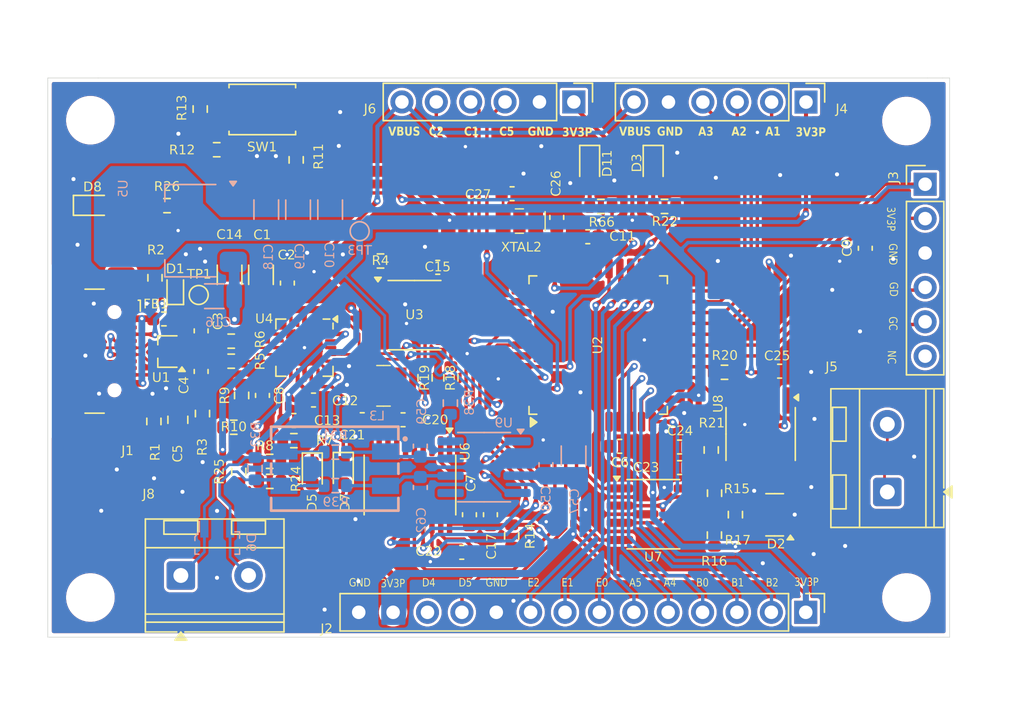
<source format=kicad_pcb>
(kicad_pcb (version 20241229) (generator "pcbnew") (generator_version "9.0")
  (layers (0 "F.Cu" signal) (2 "B.Cu" signal) (13 "F.Paste" user) (15 "B.Paste" user) (5 "F.SilkS" user "F.Silkscreen") (7 "B.SilkS" user "B.Silkscreen") (1 "F.Mask" user) (3 "B.Mask" user) (25 "Edge.Cuts" user))
  (net 0 "")
  (net 1 "GND")
  (net 2 "3VP")
  (net 3 "MCLR")
  (net 4 "PGD")
  (net 5 "PGC")
  (net 7 "VBUS")
  (net 8 "D+")
  (net 10 "D-")
  (net 12 "Net-(J1-SHIELD)")
  (net 13 "3V3OUT")
  (net 14 "Net-(U4-~{RESET})")
  (net 15 "Net-(FB1-Pad2)")
  (net 16 "Net-(U6-OSC2)")
  (net 18 "Net-(U6-OSC1)")
  (net 21 "/CC1")
  (net 22 "/CC2")
  (net 24 "Net-(U3-WP)")
  (net 25 "Net-(U4-USBDM)")
  (net 26 "Net-(U4-USBDP)")
  (net 27 "Net-(U4-VCCIO)")
  (net 28 "Net-(R11-Pad2)")
  (net 29 "Net-(R13-Pad2)")
  (net 30 "ESCL")
  (net 31 "UART_RX")
  (net 32 "UART_TX")
  (net 33 "ESDA")
  (net 42 "/RESET")
  (net 43 "RD5")
  (net 44 "RD4")
  (net 45 "/CAN_P+")
  (net 46 "PB0")
  (net 47 "PB1")
  (net 48 "PB2")
  (net 49 "RE2")
  (net 50 "RE1")
  (net 51 "RE0")
  (net 52 "RA4")
  (net 53 "RA5")
  (net 54 "RA0")
  (net 55 "RA1")
  (net 56 "RA3")
  (net 57 "RA2")
  (net 58 "/CAN_N-")
  (net 59 "Net-(U9-Rs)")
  (net 60 "SI")
  (net 61 "SO")
  (net 62 "CS")
  (net 63 "SCK")
  (net 67 "CANTX")
  (net 74 "CANRX")
  (net 76 "/R-")
  (net 77 "/R+")
  (net 78 "UART2TX")
  (net 79 "UART2RX")
  (net 80 "RE ")
  (net 81 "/CAN+")
  (net 82 "/CAN-")
  (net 86 "RC1")
  (net 87 "RC2")
  (net 88 "RC5")
  (net 89 "DSSCL")
  (net 90 "DSSDA")
  (net 91 "Net-(U2-OSC1{slash}CLKIN{slash}RA7)")
  (net 92 "Net-(U2-OSC2{slash}CLKOUT{slash}RA6)")
  (net 93 "Net-(D5-A)")
  (net 94 "Net-(D5-K)")
  (net 95 "Net-(D7-A)")
  (net 96 "Net-(D7-K)")
  (net 97 "Net-(D8-A)")
  (net 98 "LED2")
  (net 99 "LED1")
  (net 100 "Net-(D3-A)")
  (net 101 "Net-(D11-A)")
  (footprint "TerminalBlock_RND:TerminalBlock_RND_205-00045_1x02_P5.00mm_Horizontal" (layer "F.Cu") (at 127.63 114.73)
    (property "Reference" "J8" (hide yes))
    (property "Value" "Screw_Terminal_01x02")
  )
  (footprint "Diode_SMD:Nexperia_DSN1608-2_1.6x0.8mm" (layer "F.Cu") (at 127.22 93.7 90)
    (property "Reference" "D1" (hide yes))
    (property "Value" "PTVS5V0Z1USKYL")
  )
  (footprint "LED_SMD:LED_0603_1608Metric" (layer "F.Cu") (at 162.52 84.45 -90)
    (property "Reference" "D3" (hide yes))
    (property "Value" "LED")
  )
  (footprint "Connector_PinHeader_2.54mm:PinHeader_1x06_P2.54mm_Vertical" (layer "F.Cu") (at 173.81 79.76 -90)
    (property "Reference" "J4" (hide yes))
    (property "Value" "Conn_01x06_Socket")
  )
  (footprint "Capacitor_SMD:C_0603_1608Metric" (layer "F.Cu") (at 148.95 110.24 90)
    (property "Reference" "C7" (hide yes))
    (property "Value" "100nF")
  )
  (footprint "Capacitor_SMD:C_0603_1608Metric" (layer "F.Cu") (at 164.47 106.76 180)
    (property "Reference" "C23" (hide yes))
    (property "Value" "100nF")
  )
  (footprint "Capacitor_SMD:C_0603_1608Metric" (layer "F.Cu") (at 135.5 93.13 90)
    (property "Reference" "C2" (hide yes))
    (property "Value" "100nF")
  )
  (footprint "digikey-footprints:SMD-2_3.2x2.5mm" (layer "F.Cu") (at 142.6 100.72 180)
    (property "Reference" "XTAL1" (hide yes))
    (property "Value" "NX3225GD-8MHZ-STD-CRA-3")
  )
  (footprint "Resistor_SMD:R_0603_1608Metric" (layer "F.Cu") (at 152.07 111.81 90)
    (property "Reference" "R14" (hide yes))
    (property "Value" "10k")
  )
  (footprint "Package_SO:SOIC-8_3.9x4.9mm_P1.27mm" (layer "F.Cu") (at 162.535 110.205)
    (property "Reference" "U7" (hide yes))
    (property "Value" "MAX3485CSA+T")
  )
  (footprint "Resistor_SMD:R_0603_1608Metric" (layer "F.Cu") (at 132.12 101.43 90)
    (property "Reference" "R9" (hide yes))
    (property "Value" "0R")
  )
  (footprint "Resistor_SMD:R_0603_1608Metric" (layer "F.Cu") (at 126.61 87.41)
    (property "Reference" "R26" (hide yes))
    (property "Value" "1k")
  )
  (footprint "MountingHole:MountingHole_3.2mm_M3_ISO7380" (layer "F.Cu") (at 181.23 81.16)
    (property "Reference" "H3" (hide yes))
    (property "Value" "MountingHole")
  )
  (footprint "Resistor_SMD:R_0603_1608Metric" (layer "F.Cu") (at 166.81 105.46 -90)
    (property "Reference" "R21" (hide yes))
    (property "Value" "10k")
  )
  (footprint "MountingHole:MountingHole_3.2mm_M3_ISO7380" (layer "F.Cu") (at 120.95 81.1)
    (property "Reference" "H4" (hide yes))
    (property "Value" "MountingHole")
  )
  (footprint "TestPoint:TestPoint_Pad_D1.0mm" (layer "F.Cu") (at 128.95 94.01)
    (property "Reference" "TP1" (hide yes))
    (property "Value" "TestPoint")
  )
  (footprint "Resistor_SMD:R_0603_1608Metric" (layer "F.Cu") (at 129.23 102.77 -90)
    (property "Reference" "R3" (hide yes))
    (property "Value" "5.1k")
  )
  (footprint "LED_SMD:LED_0603_1608Metric" (layer "F.Cu") (at 121.18 87.39)
    (property "Reference" "D8" (hide yes))
    (property "Value" "LED")
  )
  (footprint "Capacitor_SMD:C_0603_1608Metric" (layer "F.Cu") (at 137.43 101.77)
    (property "Reference" "C12" (hide yes))
    (property "Value" "100nF")
  )
  (footprint "Capacitor_SMD:C_1206_3216Metric" (layer "F.Cu") (at 133.55 92.52 90)
    (property "Reference" "C1" (hide yes))
    (property "Value" "1uF")
  )
  (footprint "Connector_PinHeader_2.54mm:PinHeader_1x06_P2.54mm_Vertical" (layer "F.Cu") (at 182.61 85.83)
    (property "Reference" "J3" (hide yes))
    (property "Value" "Conn_PIC_ICSP_ICD")
  )
  (footprint "Resistor_SMD:R_0603_1608Metric" (layer "F.Cu") (at 135.98 104.77)
    (property "Reference" "R7" (hide yes))
    (property "Value" "15k")
  )
  (footprint "Resistor_SMD:R_0603_1608Metric" (layer "F.Cu") (at 168.595 110.235 -90)
    (property "Reference" "R17" (hide yes))
    (property "Value" "120R")
  )
  (footprint "Package_SO:SOIC-8_3.9x4.9mm_P1.27mm" (layer "F.Cu") (at 144.89 95.5)
    (property "Reference" "U3" (hide yes))
    (property "Value" "24LC256")
  )
  (footprint "Package_TO_SOT_SMD:SOT-23" (layer "F.Cu") (at 171.495 110.2475 180)
    (property "Reference" "D2" (hide yes))
    (property "Value" "SM712_SOT23")
  )
  (footprint "Inductor_SMD:L_0603_1608Metric" (layer "F.Cu") (at 126.38 95.78 180)
    (property "Reference" "FB1" (hide yes))
    (property "Value" "FerriteBead")
  )
  (footprint "Resistor_SMD:R_0603_1608Metric" (layer "F.Cu") (at 134.19 106.3)
    (property "Reference" "R8" (hide yes))
    (property "Value" "10k")
  )
  (footprint "Capacitor_SMD:C_0603_1608Metric" (layer "F.Cu") (at 129.13 99.66 -90)
    (property "Reference" "C4" (hide yes))
    (property "Value" "47pF")
  )
  (footprint "Capacitor_SMD:C_0603_1608Metric" (layer "F.Cu") (at 133.66 101.43 -90)
    (property "Reference" "C8" (hide yes))
    (property "Value" "100nF")
  )
  (footprint "Capacitor_SMD:C_0603_1608Metric" (layer "F.Cu") (at 129.13 96.66 90)
    (property "Reference" "C3" (hide yes))
    (property "Value" "47pF")
  )
  (footprint "digikey-footprints:SMD-2_3.2x1.5mm" (layer "F.Cu") (at 152.64 88.55 180)
    (property "Reference" "XTAL2" (hide yes))
    (property "Value" "ECS-.327-12.5-34B-TR")
  )
  (footprint "Resistor_SMD:R_0603_1608Metric" (layer "F.Cu") (at 145.67 100.13 -90)
    (property "Reference" "R19" (hide yes))
    (property "Value" "10k")
  )
  (footprint "Connector_USB:USB_C_Receptacle_GCT_USB4110" (layer "F.Cu") (at 120.12 98.16 -90)
    (property "Reference" "J1" (hide yes))
    (property "Value" "USB_C_Receptacle_USB2.0_16P")
  )
  (footprint "Package_DFN_QFN:QFN-20-1EP_4x4mm_P0.5mm_EP2.5x2.5mm" (layer "F.Cu") (at 136.7625 97.9 -90)
    (property "Reference" "U4" (hide yes))
    (property "Value" "FT231XQ-R")
  )
  (footprint "Connector_PinHeader_2.54mm:PinHeader_1x06_P2.54mm_Vertical" (layer "F.Cu") (at 156.66 79.75 -90)
    (property "Reference" "J6" (hide yes))
    (property "Value" "Conn_01x06_Socket")
  )
  (footprint "TerminalBlock_RND:TerminalBlock_RND_205-00045_1x02_P5.00mm_Horizontal" (layer "F.Cu") (at 179.8175 108.56 90)
    (property "Reference" "J5" (hide yes))
    (property "Value" "Screw_Terminal_01x02")
  )
  (footprint "Capacitor_SMD:C_0603_1608Metric" (layer "F.Cu") (at 141.03 103.22)
    (property "Reference" "C21" (hide yes))
    (property "Value" "12pF")
  )
  (footprint "Capacitor_SMD:C_1206_3216Metric" (layer "F.Cu") (at 131.23 92.52 90)
    (property "Reference" "C14" (hide yes))
    (property "Value" "4.7uF")
  )
  (footprint "Resistor_SMD:R_0603_1608Metric" (layer "F.Cu") (at 125.72 92.74 90)
    (property "Reference" "R2" (hide yes))
    (property "Value" "5.1k")
  )
  (footprint "Resistor_SMD:R_0603_1608Metric" (layer "F.Cu") (at 129.06 80.275 90)
    (property "Reference" "R13" (hide yes))
    (property "Value" "0R")
  )
  (footprint "Resistor_SMD:R_0603_1608Metric" (layer "F.Cu") (at 142.38 91.5 180)
    (property "Reference" "R4" (hide yes))
    (property "Value" "5.1k")
  )
  (footprint "Resistor_SMD:R_0603_1608Metric" (layer "F.Cu") (at 167.055 108.65 -90)
    (property "Reference" "R15" (hide yes))
    (property "Value" "10k")
  )
  (footprint "Resistor_SMD:R_0603_1608Metric" (layer "F.Cu") (at 167.79 99.72)
    (property "Reference" "R20" (hide yes))
    (property "Value" "10k")
  )
  (footprint "Capacitor_SMD:C_0603_1608Metric" (layer "F.Cu") (at 148.38 113.02 180)
    (property "Reference" "C22" (hide yes))
    (property "Value" "100nF")
  )
  (footprint "Capacitor_SMD:C_0603_1608Metric" (layer "F.Cu") (at 152.1 86.53)
    (property "Reference" "C27" (hide yes))
    (property "Value" "12pF")
  )
  (footprint "Capacitor_SMD:C_0603_1608Metric" (layer "F.Cu") (at 135.98 103.28)
    (property "Reference" "C13" (hide yes))
    (property "Value" "10nF")
  )
  (footprint "Resistor_SMD:R_0603_1608Metric" (layer "F.Cu") (at 131.35 98.9)
    (property "Reference" "R5" (hide yes))
    (property "Value" "0R")
  )
  (footprint "Capacitor_SMD:C_0603_1608Metric" (layer "F.Cu") (at 157.69 89.71 180)
    (property "Reference" "C11" (hide yes))
    (property "Value" "100nF")
  )
  (footprint "Capacitor_SMD:C_0603_1608Metric" (layer "F.Cu") (at 146.605 91.97 180)
    (property "Reference" "C15" (hide yes))
    (property "Value" "100nF")
  )
  (footprint "Capacitor_SMD:C_0603_1608Metric" (layer "F.Cu") (at 144.045 103.23 180)
    (property "Reference" "C20" (hide yes))
    (property "Value" "12pF")
  )
  (footprint "Resistor_SMD:R_0603_1608Metric" (layer "F.Cu") (at 131.35 97.42)
    (property "Reference" "R6" (hide yes))
    (property "Value" "0R")
  )
  (footprint "Resistor_SMD:R_0603_1608Metric" (layer "F.Cu") (at 163.36 87.47)
    (property "Reference" "R22" (hide yes))
    (property "Value" "1k")
  )
  (footprint "Capacitor_SMD:C_0603_1608Metric" (layer "F.Cu") (at 155.4 88.28 90)
    (property "Reference" "C26" (hide yes))
    (property "Value" "12pF")
  )
  (footprint "Capacitor_SMD:C_0603_1608Metric" (layer "F.Cu") (at 178.19 90.56 -90)
    (property "Reference" "C9" (hide yes))
    (property "Value" "100nF")
  )
  (footprint "Resistor_SMD:R_0603_1608Metric" (layer "F.Cu") (at 131.54 103.78 180)
    (property "Reference" "R10" (hide yes))
    (property "Value" "0R")
  )
  (footprint "Button_Switch_SMD:SW_SPST_EVQP2" (layer "F.Cu") (at 133.65 80.31 180)
    (property "Reference" "SW1" (hide yes))
    (property "Value" "SW_Push")
  )
  (footprint "Package_SO:SOIC-8_3.9x4.9mm_P1.27mm" (layer "F.Cu") (at 170.46 104.28 -90)
    (property "Reference" "U8" (hide yes))
    (property "Value" "DS3231MZ")
  )
  (footprint "Resistor_SMD:R_0603_1608Metric" (layer "F.Cu") (at 136.15 84.03 90)
    (property "Reference" "R11" (hide yes))
    (property "Value" "10k")
  )
  (footprint "Resistor_SMD:R_0603_1608Metric" (layer "F.Cu") (at 158.66 87.47)
    (property "Reference" "R66" (hide yes))
    (property "Value" "1k")
  )
  (footprint "Resistor_SMD:R_0603_1608Metric" (layer "F.Cu") (at 131.91 107.05 -90)
    (property "Reference" "R25" (hide yes))
    (property "Value" "1k")
  )
  (footprint "LED_SMD:LED_0603_1608Metric" (layer "F.Cu") (at 139.63 107.13 -90)
    (property "Reference" "D7" (hide yes))
    (property "Value" "LED")
  )
  (footprint "Package_TO_SOT_SMD:SOT-323_SC-70" (layer "F.Cu") (at 126.66 98.1875 180)
    (property "Reference" "U1" (hide yes))
    (property "Value" "TPD2E2U06DCK")
  )
  (footprint "Package_QFP:TQFP-44_10x10mm_P0.8mm" (layer "F.Cu") (at 158.46 97.71 90)
    (property "Reference" "U2" (hide yes))
    (property "Value" "PIC18F46K22-I/PT")
  )
  (footprint "Package_SO:TSSOP-20_4.4x6.5mm_P0.65mm" (layer "F.Cu") (at 144.555 108.0475 -90)
    (property "Reference" "U6" (hide yes))
    (property "Value" "MCP2515-xST")
  )
  (footprint "Capacitor_SMD:C_0603_1608Metric" (layer "F.Cu") (at 164.47 105.24 180)
    (property "Reference" "C24" (hide yes))
    (property "Value" "100nF")
  )
  (footprint "Resistor_SMD:R_0603_1608Metric" (layer "F.Cu") (at 125.64 103.35 90)
    (property "Reference" "R1" (hide yes))
    (property "Value" "100R")
  )
  (footprint "Resistor_SMD:R_0603_1608Metric" (layer "F.Cu") (at 147.58 100.13 -90)
    (property "Reference" "R18" (hide yes))
    (property "Value" "10k")
  )
  (footprint "Capacitor_SMD:C_0805_2012Metric" (layer "F.Cu") (at 127.41 103.23 90)
    (property "Reference" "C5" (hide yes))
    (property "Value" "2.2nF")
  )
  (footprint "Resistor_SMD:R_0603_1608Metric" (layer "F.Cu") (at 167.045 111.75 -90)
    (property "Reference" "R16" (hide yes))
    (property "Value" "10k")
  )
  (footprint "LED_SMD:LED_0603_1608Metric" (layer "F.Cu") (at 157.83 84.45 -90)
    (property "Reference" "D11" (hide yes))
    (property "Value" "LED")
  )
  (footprint "Connector_PinHeader_2.54mm:PinHeader_1x14_P2.54mm_Vertical" (layer "F.Cu") (at 173.79 117.45 -90)
    (property "Reference" "J2" (hide yes))
    (property "Value" "Conn_01x14_Socket")
  )
  (footprint "LED_SMD:LED_0603_1608Metric" (layer "F.Cu") (at 137.34 107.17 -90)
    (property "Reference" "D5" (hide yes))
    (property "Value" "LED")
  )
  (footprint "Capacitor_SMD:C_0603_1608Metric" (layer "F.Cu") (at 160.05 105.19)
    (property "Reference" "C6" (hide yes))
    (property "Value" "100nF")
  )
  (footprint "Resistor_SMD:R_0603_1608Metric" (layer "F.Cu") (at 130.28 83.28 180)
    (property "Reference" "R12" (hide yes))
    (property "Value" "100R")
  )
  (footprint "Resistor_SMD:R_0603_1608Metric" (layer "F.Cu") (at 134.2 107.78)
    (property "Reference" "R24" (hide yes))
    (property "Value" "1k")
  )
  (footprint "Capacitor_SMD:C_0603_1608Metric" (layer "F.Cu") (at 150.5 110.24 90)
    (property "Reference" "C17" (hide yes))
    (property "Value" "100nF")
  )
  (footprint "MountingHole:MountingHole_3.2mm_M3_ISO7380" (layer "F.Cu") (at 181.23 116.355)
    (property "Reference" "H2" (hide yes))
    (property "Value" "MountingHole")
  )
  (footprint "MountingHole:MountingHole_3.2mm_M3_ISO7380" (layer "F.Cu") (at 120.95 116.355)
    (property "Reference" "H1" (hide yes))
    (property "Value" "MountingHole")
  )
  (footprint "Capacitor_SMD:C_0603_1608Metric" (layer "F.Cu") (at 171.86 99.64)
    (property "Reference" "C25" (hide yes))
    (property "Value" "100nF")
  )
  (footprint "WE-SL2:WE-SL2" (layer "B.Cu") (at 139 106.84 180)
    (property "Reference" "L3")
    (property "Value" "WE-SL2")
  )
  (footprint "Capacitor_SMD:C_1206_3216Metric" (layer "B.Cu") (at 156.64 105.88 90)
    (property "Reference" "C57" (hide yes))
    (property "Value" "10uF")
  )
  (footprint "Capacitor_SMD:C_0603_1608Metric" (layer "B.Cu") (at 145.32 105.18 90)
    (property "Reference" "C59" (hide yes))
    (property "Value" "100pF")
  )
  (footprint "Capacitor_SMD:C_0603_1608Metric" (layer "B.Cu") (at 154.6 106.55 90)
    (property "Reference" "C58" (hide yes))
    (property "Value" "100nF")
  )
  (footprint "Capacitor_SMD:C_0603_1608Metric" (layer "B.Cu") (at 145.32 108.23 90)
    (property "Reference" "C62" (hide yes))
    (property "Value" "100pF")
  )
  (footprint "Resistor_SMD:R_0603_1608Metric" (layer "B.Cu") (at 147.54 102 -90)
    (property "Reference" "R38" (hide yes))
    (property "Value" "0R")
  )
  (footprint "Capacitor_SMD:C_1206_3216Metric" (layer "B.Cu") (at 133.94 87.7 90)
    (property "Reference" "C18" (hide yes))
    (property "Value" "10uF")
  )
  (footprint "Capacitor_SMD:C_1206_3216Metric" (layer "B.Cu") (at 138.66 87.705 90)
    (property "Reference" "C10" (hide yes))
    (property "Value" "1uF")
  )
  (footprint "TestPoint:TestPoint_Pad_D1.0mm" (layer "B.Cu") (at 140.84 89.3)
    (property "Reference" "TP3" (hide yes))
    (property "Value" "TestPoint")
  )
  (footprint "Capacitor_SMD:C_1206_3216Metric" (layer "B.Cu") (at 130.1 94.1 180)
    (property "Reference" "C16" (hide yes))
    (property "Value" "10uF")
  )
  (footprint "Resistor_SMD:R_0603_1608Metric" (layer "B.Cu") (at 139.04 105.62)
    (property "Reference" "R31" (hide yes))
    (property "Value" "0R")
  )
  (footprint "Package_SO:SOIC-8_3.9x4.9mm_P1.27mm" (layer "B.Cu") (at 150.03 106.73 180)
    (property "Reference" "U9" (hide yes))
    (property "Value" "SN65HVD230")
  )
  (footprint "Resistor_SMD:R_0603_1608Metric" (layer "B.Cu") (at 133.11 106.84 90)
    (property "Reference" "R32" (hide yes))
    (property "Value" "120R")
  )
  (footprint "Package_TO_SOT_SMD:SOT-223-3_TabPin2" (layer "B.Cu") (at 128.36 89.26 180)
    (property "Reference" "U5" (hide yes))
    (property "Value" "AMS1117-3.3")
  )
  (footprint "Capacitor_SMD:C_1206_3216Metric" (layer "B.Cu") (at 136.29 87.71 90)
    (property "Reference" "C19" (hide yes))
    (property "Value" "1uF")
  )
  (footprint "digikey-footprints:SOT-23-3" (layer "B.Cu") (at 130.32 112.33 -90)
    (property "Reference" "D6" (hide yes))
    (property "Value" "PESD1CAN_215")
  )
  (footprint "Resistor_SMD:R_0603_1608Metric" (layer "B.Cu") (at 139.04 108.09)
    (property "Reference" "R39" (hide yes))
    (property "Value" "0R")
  )
  (gr_line (start 120.09 119.29) (end 182.79 119.29) (stroke (width 0.05)) (layer "Edge.Cuts"))
  (gr_line (start 184.42 107.71) (end 184.42 77.98) (stroke (width 0.05)) (layer "Edge.Cuts"))
  (gr_line (start 182.79 119.29) (end 183.9 119.29) (stroke (width 0.05)) (layer "Edge.Cuts"))
  (gr_line (start 182.79 77.98) (end 183.9 77.98) (stroke (width 0.05)) (layer "Edge.Cuts"))
  (gr_line (start 184.42 109.51) (end 184.42 107.71) (stroke (width 0.05)) (layer "Edge.Cuts"))
  (gr_line (start 117.8 77.98) (end 117.8 119.29) (stroke (width 0.05)) (layer "Edge.Cuts"))
  (gr_line (start 184.42 119.29) (end 184.42 109.51) (stroke (width 0.05)) (layer "Edge.Cuts"))
  (gr_line (start 121.53 77.98) (end 117.8 77.98) (stroke (width 0.05)) (layer "Edge.Cuts"))
  (gr_line (start 183.9 77.98) (end 184.42 77.98) (stroke (width 0.05)) (layer "Edge.Cuts"))
  (gr_line (start 121.53 77.98) (end 182.79 77.98) (stroke (width 0.05)) (layer "Edge.Cuts"))
  (gr_line (start 120.09 119.29) (end 117.8 119.29) (stroke (width 0.05)) (layer "Edge.Cuts"))
  (gr_line (start 183.9 119.29) (end 184.42 119.29) (stroke (width 0.05)) (layer "Edge.Cuts"))
  (gr_text "D5" (at 148.15 115.64016 0) (layer "F.SilkS") (effects (font (size 0.6 0.5) (thickness 0.0375)) (justify left bottom)))
  (gr_text "GC" (at 179.85 95.6 270) (layer "F.SilkS") (effects (font (size 0.6 0.5) (thickness 0.0375)) (justify left bottom)))
  (gr_text "VBUS\n" (at 160 82.35 0) (layer "F.SilkS") (effects (font (size 0.65 0.55) (thickness 0.11) (bold yes)) (justify left bottom)))
  (gr_text "E0\n" (at 158.3 115.64016 0) (layer "F.SilkS") (effects (font (size 0.6 0.5) (thickness 0.0375)) (justify left bottom)))
  (gr_text "\n3V3P\n" (at 172.95 115.6 0) (layer "F.SilkS") (effects (font (size 0.6 0.5) (thickness 0.0375)) (justify left bottom)))
  (gr_text "GND\n" (at 179.85 90.2 270) (layer "F.SilkS") (effects (font (size 0.6 0.5) (thickness 0.0375)) (justify left bottom)))
  (gr_text "VBUS\n" (at 142.95 82.35 0) (layer "F.SilkS") (effects (font (size 0.65 0.55) (thickness 0.11) (bold yes)) (justify left bottom)))
  (gr_text "\n3V3P\n" (at 173.05 82.4 0) (layer "F.SilkS") (effects (font (size 0.65 0.55) (thickness 0.11) (bold yes)) (justify left bottom)))
  (gr_text "B2" (at 170.85 115.64016 0) (layer "F.SilkS") (effects (font (size 0.6 0.5) (thickness 0.0375)) (justify left bottom)))
  (gr_text "C2" (at 145.95 82.35 0) (layer "F.SilkS") (effects (font (size 0.65 0.55) (thickness 0.11) (bold yes)) (justify left bottom)))
  (gr_text "A5\n" (at 160.75 115.64016 0) (layer "F.SilkS") (effects (font (size 0.6 0.5) (thickness 0.0375)) (justify left bottom)))
  (gr_text "E2" (at 153.25 115.64016 0) (layer "F.SilkS") (effects (font (size 0.6 0.5) (thickness 0.0375)) (justify left bottom)))
  (gr_text "\n3V3P\n" (at 155.8 82.4 0) (layer "F.SilkS") (effects (font (size 0.65 0.55) (thickness 0.11) (bold yes)) (justify left bottom)))
  (gr_text "GND\n" (at 153.25 82.35 0) (layer "F.SilkS") (effects (font (size 0.65 0.55) (thickness 0.11) (bold yes)) (justify left bottom)))
  (gr_text "\n3V3P\n" (at 179.7 87.5 270) (layer "F.SilkS") (effects (font (size 0.6 0.5) (thickness 0.0375)) (justify left bottom)))
  (gr_text "B1" (at 168.3 115.64016 0) (layer "F.SilkS") (effects (font (size 0.6 0.5) (thickness 0.0375)) (justify left bottom)))
  (gr_text "C5" (at 151.15 82.35 0) (layer "F.SilkS") (effects (font (size 0.65 0.55) (thickness 0.11) (bold yes)) (justify left bottom)))
  (gr_text "GD\n" (at 179.9 93.05 270) (layer "F.SilkS") (effects (font (size 0.6 0.5) (thickness 0.0375)) (justify left bottom)))
  (gr_text "A4" (at 163.3 115.64016 0) (layer "F.SilkS") (effects (font (size 0.6 0.5) (thickness 0.0375)) (justify left bottom)))
  (gr_text "A1" (at 170.8 82.35 0) (layer "F.SilkS") (effects (font (size 0.65 0.55) (thickness 0.11) (bold yes)) (justify left bottom)))
  (gr_text "C1" (at 148.55 82.35 0) (layer "F.SilkS") (effects (font (size 0.65 0.55) (thickness 0.11) (bold yes)) (justify left bottom)))
  (gr_text "GND\n" (at 162.8 82.35 0) (layer "F.SilkS") (effects (font (size 0.65 0.55) (thickness 0.11) (bold yes)) (justify left bottom)))
  (gr_text "A3" (at 165.85 82.35 0) (layer "F.SilkS") (effects (font (size 0.65 0.55) (thickness 0.11) (bold yes)) (justify left bottom)))
  (gr_text "B0" (at 165.7 115.64016 0) (layer "F.SilkS") (effects (font (size 0.6 0.5) (thickness 0.0375)) (justify left bottom)))
  (gr_text "\n3V3P\n" (at 142.4 115.7 0) (layer "F.SilkS") (effects (font (size 0.6 0.5) (thickness 0.0375)) (justify left bottom)))
  (gr_text "GND\n" (at 140.05 115.64016 0) (layer "F.SilkS") (effects (font (size 0.6 0.5) (thickness 0.0375)) (justify left bottom)))
  (gr_text "GND\n" (at 150.15 115.64016 0) (layer "F.SilkS") (effects (font (size 0.6 0.5) (thickness 0.0375)) (justify left bottom)))
  (gr_text "A2\n" (at 168.3 82.35 0) (layer "F.SilkS") (effects (font (size 0.65 0.55) (thickness 0.11) (bold yes)) (justify left bottom)))
  (gr_text "D4" (at 145.45 115.64016 0) (layer "F.SilkS") (effects (font (size 0.6 0.5) (thickness 0.0375)) (justify left bottom)))
  (gr_text "NC" (at 179.75 98.1 270) (layer "F.SilkS") (effects (font (size 0.6 0.5) (thickness 0.0375)) (justify left bottom)))
  (gr_text "E1" (at 155.75 115.64016 0) (layer "F.SilkS") (effects (font (size 0.6 0.5) (thickness 0.0375)) (justify left bottom)))
  (segment (start 147.63 113.35) (end 147.27 113.71) (width 0.254) (layer "F.Cu") (net 1))
  (segment (start 144.97 103.08) (end 144.82 103.23) (width 0.254) (layer "F.Cu") (net 1))
  (segment (start 133.55 91.045) (end 135.475 91.045) (width 0.254) (layer "F.Cu") (net 1))
  (segment (start 145.9 103.08) (end 144.97 103.08) (width 0.254) (layer "F.Cu") (net 1))
  (segment (start 142.37 96.14) (end 144.295 96.14) (width 0.254) (layer "F.Cu") (net 1))
  (segment (start 147.27 113.71) (end 146.065 113.71) (width 0.254) (layer "F.Cu") (net 1))
  (segment (start 149.11 109.7) (end 149.11 107.775) (width 0.254) (layer "F.Cu") (net 1))
  (segment (start 178.23 91.49) (end 176.305 91.49) (width 0.254) (layer "F.Cu") (net 1))
  (segment (start 135.54 92.31) (end 137.465 92.31) (width 0.254) (layer "F.Cu") (net 1))
  (via (at 170.618509 113.824512) (size 0.6) (drill 0.3) (layers "F.Cu" "B.Cu") (net 1))
  (via (at 155.1 95.25) (size 0.6) (drill 0.3) (layers "F.Cu" "B.Cu") (net 1))
  (via (at 140.75 115.15) (size 0.6) (drill 0.3) (layers "F.Cu" "B.Cu") (net 1))
  (via (at 144.3 96.115) (size 0.5) (drill 0.25) (layers "F.Cu" "B.Cu") (net 1))
  (via (at 145.9 103.08) (size 0.5) (drill 0.25) (layers "F.Cu" "B.Cu") (net 1))
  (via (at 136.7625 97.9) (size 0.5) (drill 0.25) (layers "F.Cu" "B.Cu") (net 1))
  (via (at 152.94338 85.0463) (size 0.6) (drill 0.3) (layers "F.Cu" "B.Cu") (net 1))
  (via (at 127.75 108.55) (size 0.6) (drill 0.3) (layers "F.Cu" "B.Cu") (net 1))
  (via (at 149.085 107.77) (size 0.5) (drill 0.25) (layers "F.Cu" "B.Cu") (net 1))
  (via (at 130.3 114.9) (size 0.6) (drill 0.3) (layers "F.Cu" "B.Cu") (net 1))
  (via (at 175.74824 93.633204) (size 0.6) (drill 0.3) (layers "F.Cu" "B.Cu") (net 1))
  (via (at 127.45 82.1) (size 0.6) (drill 0.3) (layers "F.Cu" "B.Cu") (net 1))
  (via (at 157.53 109.87) (size 0.5) (drill 0.25) (layers "F.Cu" "B.Cu") (net 1))
  (via (at 146.06 113.71) (size 0.5) (drill 0.25) (layers "F.Cu" "B.Cu") (net 1))
  (via (at 139.598834 91.014079) (size 0.6) (drill 0.3) (layers "F.Cu" "B.Cu") (net 1))
  (via (at 151.08 100.21) (size 0.5) (drill 0.25) (layers "F.Cu" "B.Cu") (net 1))
  (via (at 120.579255 98.490233) (size 0.6) (drill 0.3) (layers "F.Cu" "B.Cu") (net 1))
  (via (at 129.240727 106.35657) (size 0.6) (drill 0.3) (layers "F.Cu" "B.Cu") (net 1))
  (via (at 125.1 94.65) (size 0.6) (drill 0.3) (layers "F.Cu" "B.Cu") (net 1))
  (via (at 140.527818 110.570585) (size 0.6) (drill 0.3) (layers "F.Cu" "B.Cu") (net 1))
  (via (at 176.1 85.1) (size 0.6) (drill 0.3) (layers "F.Cu" "B.Cu") (net 1))
  (via (at 164.812003 102.729666) (size 0.6) (drill 0.3) (layers "F.Cu" "B.Cu") (net 1))
  (via (at 119.7 85.45) (size 0.6) (drill 0.3) (layers "F.Cu" "B.Cu") (net 1))
  (via (at 154.62 110.76) (size 0.5) (drill 0.25) (layers "F.Cu" "B.Cu") (net 1))
  (via (at 163.34 108.23) (size 0.5) (drill 0.25) (layers "F.Cu" "B.Cu") (net 1))
  (via (at 161.87 97.33) (size 0.5) (drill 0.25) (layers "F.Cu" "B.Cu") (net 1))
  (via (at 154.256661 83.018803) (size 0.6) (drill 0.3) (layers "F.Cu" "B.Cu") (net 1))
  (via (at 144.2 94.7) (size 0.6) (drill 0.3) (layers "F.Cu" "B.Cu") (net 1))
  (via (at 153.35 112.18) (size 0.5) (drill 0.25) (layers "F.Cu" "B.Cu") (net 1))
  (via (at 174.434469 103.165575) (size 0.6) (drill 0.3) (layers "F.Cu" "B.Cu") (net 1))
  (via (at 176.7 112.55) (size 0.6) (drill 0.3) (layers "F.Cu" "B.Cu") (net 1))
  (via (at 134.65 83.75) (size 0.6) (drill 0.3) (layers "F.Cu" "B.Cu") (net 1))
  (via (at 133.25 83.75) (size 0.6) (drill 0.3) (layers "F.Cu" "B.Cu") (net 1))
  (via (at 139.9 100.65) (size 0.6) (drill 0.3) (layers "F.Cu" "B.Cu") (net 1))
  (via (at 180.25 91.35) (size 0.6) (drill 0.3) (layers "F.Cu" "B.Cu") (net 1))
  (via (at 156.394545 85.746254) (size 0.6) (drill 0.3) (layers "F.Cu" "B.Cu") (net 1))
  (via (at 121.590301 101.299773) (size 0.6) (drill 0.3) (layers "F.Cu" "B.Cu") (net 1))
  (via (at 176.3 91.515) (size 0.5) (drill 0.25) (layers "F.Cu" "B.Cu") (net 1))
  (via (at 169.29 103.58) (size 0.5) (drill 0.25) (layers "F.Cu" "B.Cu") (net 1))
  (via (at 140.053696 99.264901) (size 0.6) (drill 0.3) (layers "F.Cu" "B.Cu") (net 1))
  (via (at 120 90.3) (size 0.6) (drill 0.3) (layers "F.Cu" "B.Cu") (net 1))
  (via (at 122.9 106.9) (size 0.6) (drill 0.3) (layers "F.Cu" "B.Cu") (net 1))
  (via (at 167.3 91.5) (size 0.6) (drill 0.3) (layers "F.Cu" "B.Cu") (net 1))
  (via (at 128 91) (size 0.6) (drill 0.3) (layers "F.Cu" "B.Cu") (net 1))
  (via (at 139.3 83) (size 0.6) (drill 0.3) (layers "F.Cu" "B.Cu") (net 1))
  (via (at 125.537267 101.309494) (size 0.6) (drill 0.3) (layers "F.Cu" "B.Cu") (net 1))
  (via (at 159.65 85.55) (size 0.6) (drill 0.3) (layers "F.Cu" "B.Cu") (net 1))
  (via (at 163.489867 104.084208) (size 0.6) (drill 0.3) (layers "F.Cu" "B.Cu") (net 1))
  (via (at 171.9 85.15) (size 0.6) (drill 0.3) (layers "F.Cu" "B.Cu") (net 1))
  (via (at 130.305242 109.95842) (size 0.6) (drill 0.3) (layers "F.Cu" "B.Cu") (net 1))
  (via (at 177.8 96.7) (size 0.6) (drill 0.3) (layers "F.Cu" "B.Cu") (net 1))
  (via (at 174.376085 113.150983) (size 0.6) (drill 0.3) (layers "F.Cu" "B.Cu") (net 1))
  (via (at 164.298199 83.500566) (size 0.6) (drill 0.3) (layers "F.Cu" "B.Cu") (net 1))
  (via (at 121.75 109.95) (size 0.6) (drill 0.3) (layers "F.Cu" "B.Cu") (net 1))
  (via (at 169.981926 108.474897) (size 0.6) (drill 0.3) (layers "F.Cu" "B.Cu") (net 1))
  (via (at 121.2 94.65) (size 0.6) (drill 0.3) (layers "F.Cu" "B.Cu") (net 1))
  (via (at 138.25 117.25) (size 0.6) (drill 0.3) (layers "F.Cu" "B.Cu") (net 1))
  (via (at 174.2 108.2) (size 0.6) (drill 0.3) (layers "F.Cu" "B.Cu") (net 1))
  (via (at 154.398716 104.717842) (size 0.5) (drill 0.25) (layers "F.Cu" "B.Cu") (net 1))
  (via (at 136.959721 90.894477) (size 0.6) (drill 0.3) (layers "F.Cu" "B.Cu") (net 1))
  (via (at 172.976176 110.234506) (size 0.6) (drill 0.3) (layers "F.Cu" "B.Cu") (net 1))
  (via (at 129.05 90.6) (size 0.6) (drill 0.3) (layers "F.Cu" "B.Cu") (net 1))
  (via (at 145.662165 90.45316) (size 0.6) (drill 0.3) (layers "F.Cu" "B.Cu") (net 1))
  (via (at 125.65 107.55) (size 0.6) (drill 0.3) (layers "F.Cu" "B.Cu") (net 1))
  (via (at 152.2 116.6) (size 0.6) (drill 0.3) (layers "F.Cu" "B.Cu") (net 1))
  (via (at 140.526814 104.469193) (size 0.6) (drill 0.3) (layers "F.Cu" "B.Cu") (net 1))
  (via (at 126.538591 100.901187) (size 0.6) (drill 0.3) (layers "F.Cu" "B.Cu") (net 1))
  (via (at 157.15 101.2) (size 0.6) (drill 0.3) (layers "F.Cu" "B.Cu") (net 1))
  (via (at 137.47 92.285) (size 0.5) (drill 0.25) (layers "F.Cu" "B.Cu") (net 1))
  (via (at 172.7 91.1) (size 0.6) (drill 0.3) (layers "F.Cu" "B.Cu") (net 1))
  (via (at 181.8 105.95) (size 0.6) (drill 0.3) (layers "F.Cu" "B.Cu") (net 1))
  (via (at 148.78 98.34) (size 0.5) (drill 0.25) (layers "F.Cu" "B.Cu") (net 1))
  (via (at 170.22 82) (size 0.5) (drill 0.25) (layers "F.Cu" "B.Cu") (net 1))
  (via (at 139.4 80.5) (size 0.6) (drill 0.3) (layers "F.Cu" "B.Cu") (net 1))
  (via (at 129.422181 91.540437) (size 0.6) (drill 0.3) (layers "F.Cu" "B.Cu") (net 1))
  (via (at 174.190836 99.696476) (size 0.6) (drill 0.3) (layers "F.Cu" "B.Cu") (net 1))
  (via (at 167.15 85.35) (size 0.6) (drill 0.3) (layers "F.Cu" "B.Cu") (net 1))
  (via (at 148.65 83.05) (size 0.5) (drill 0.25) (layers "F.Cu" "B.Cu") (net 1))
  (via (at 135.48 91.02) (size 0.5) (drill 0.25) (layers "F.Cu" "B.Cu") (net 1))
  (segment (start 158.46 92.0475) (end 158.46 89.715) (width 0.3) (layer "F.Cu") (net 2))
  (segment (start 143.32 117.44) (end 143.32 114.78) (width 0.5) (layer "F.Cu") (net 2))
  (segment (start 127.435 87.41) (end 127.435 89.265) (width 0.254) (layer "F.Cu") (net 2))
  (segment (start 160.87 106.42) (end 162.5 108.05) (width 0.254) (layer "F.Cu") (net 2))
  (segment (start 165.01 106.995) (end 165.245 106.76) (width 0.3) (layer "F.Cu") (net 2))
  (segment (start 162.5 108.05) (end 162.5 108.6) (width 0.254) (layer "F.Cu") (net 2))
  (segment (start 143.31 117.45) (end 143.32 117.44) (width 0.5) (layer "F.Cu") (net 2))
  (segment (start 143.31 116.15) (end 143.35 116.11) (width 0.254) (layer "F.Cu") (net 2))
  (segment (start 180.47 88.35) (end 182.59 88.35) (width 0.254) (layer "F.Cu") (net 2))
  (segment (start 165.245 106.76) (end 165.245 105.24) (width 0.3) (layer "F.Cu") (net 2))
  (segment (start 143.86 84.87) (end 147.48 88.49) (width 0.45) (layer "F.Cu") (net 2))
  (segment (start 168.6 112.6) (end 167.07 112.6) (width 0.45) (layer "F.Cu") (net 2))
  (segment (start 148.845 110.91) (end 148.95 111.015) (width 0.3) (layer "F.Cu") (net 2))
  (segment (start 143.32 114.78) (end 139.18 110.64) (width 0.5) (layer "F.Cu") (net 2))
  (segment (start 143.35 116.05) (end 143.32 116.02) (width 0.254) (layer "F.Cu") (net 2))
  (segment (start 165.88 101.42) (end 165.88 102.99) (width 0.45) (layer "F.Cu") (net 2))
  (segment (start 160.98 84.4) (end 156.66 80.08) (width 0.3) (layer "F.Cu") (net 2))
  (segment (start 158.497852 89.677148) (end 158.465 89.71) (width 0.3) (layer "F.Cu") (net 2))
  (segment (start 130.72 108.81) (end 130.72 105.43) (width 0.5) (layer "F.Cu") (net 2))
  (segment (start 130.715 104.985) (end 130.715 103.78) (width 0.5) (layer "F.Cu") (net 2))
  (segment (start 143.35 116.11) (end 143.35 116.05) (width 0.254) (layer "F.Cu") (net 2))
  (segment (start 165.525 108.3) (end 165.01 108.3) (width 0.3) (layer "F.Cu") (net 2))
  (segment (start 132.55 110.64) (end 130.72 108.81) (width 0.5) (layer "F.Cu") (net 2))
  (segment (start 159.75 114.75) (end 156.63 111.63) (width 0.254) (layer "F.Cu") (net 2))
  (segment (start 152.04 111.015) (end 152.07 110.985) (width 0.3) (layer "F.Cu") (net 2))
  (segment (start 150.5 111.015) (end 152.04 111.015) (width 0.3) (layer "F.Cu") (net 2))
  (segment (start 158.46 89.715) (end 158.465 89.71) (width 0.3) (layer "F.Cu") (net 2))
  (segment (start 159.76 106.42) (end 160.87 106.42) (width 0.254) (layer "F.Cu") (net 2))
  (segment (start 139.18 110.64) (end 132.55 110.64) (width 0.5) (layer "F.Cu") (net 2))
  (segment (start 166.81 106.285) (end 165.72 106.285) (width 0.2) (layer "F.Cu") (net 2))
  (segment (start 176.81 90.14) (end 177.165 89.785) (width 0.254) (layer "F.Cu") (net 2))
  (segment (start 178.19 89.785) (end 179.035 89.785) (width 0.254) (layer "F.Cu") (net 2))
  (segment (start 136.15 84.855) (end 136.165 84.87) (width 0.3) (layer "F.Cu") (net 2))
  (segment (start 171.005 99.72) (end 171.085 99.64) (width 0.3) (layer "F.Cu") (net 2))
  (segment (start 171.085 99.64) (end 171.085 101.795) (width 0.3) (layer "F.Cu") (net 2))
  (segment (start 165.72 106.285) (end 165.245 106.76) (width 0.2) (layer "F.Cu") (net 2))
  (segment (start 156.66 80.08) (end 156.66 79.75) (width 0.3) (layer "F.Cu") (net 2))
  (segment (start 173.8 117.44) (end 173.79 117.45) (width 0.254) (layer "F.Cu") (net 2))
  (segment (start 159.275 105.19) (end 159.275 105.935) (width 0.254) (layer "F.Cu") (net 2))
  (segment (start 179.035 89.785) (end 180.47 88.35) (width 0.254) (layer "F.Cu") (net 2))
  (segment (start 127.435 89.265) (end 127.43 89.27) (width 0.254) (layer "F.Cu") (net 2))
  (segment (start 153.705 110.985) (end 154.1 111.38) (width 0.3) (layer "F.Cu") (net 2))
  (segment (start 165.01 108.3) (end 165.01 106.995) (width 0.3) (layer "F.Cu") (net 2))
  (segment (start 171.085 101.795) (end 171.095 101.805) (width 0.3) (layer "F.Cu") (net 2))
  (segment (start 145.67 100.955) (end 145.67 101.9) (width 0.254) (layer "F.Cu") (net 2))
  (segment (start 182.59 88.35) (end 182.61 88.37) (width 0.254) (layer "F.Cu") (net 2))
  (segment (start 173.81 79.76) (end 173.81 80.26) (width 0.254) (layer "F.Cu") (net 2))
  (segment (start 136.165 84.87) (end 143.86 84.87) (width 0.45) (layer "F.Cu") (net 2))
  (segment (start 147.48 110.91) (end 148.845 110.91) (width 0.3) (layer "F.Cu") (net 2))
  (segment (start 159.26 103.3725) (end 159.26 105.175) (width 0.254) (layer "F.Cu") (net 2))
  (segment (start 165.88 102.99) (end 165.245 103.625) (width 0.45) (layer "F.Cu") (net 2))
  (segment (start 177.165 89.785) (end 178.19 89.785) (width 0.254) (layer "F.Cu") (net 2))
  (segment (start 173.79 88) (end 173.81 87.98) (width 0.3) (layer "F.Cu") (net 2))
  (segment (start 130.72 104.99) (end 130.715 104.985) (width 0.5) (layer "F.Cu") (net 2))
  (segment (start 158.497852 88.49) (end 158.497852 89.677148) (width 0.3) (layer "F.Cu") (net 2))
  (segment (start 165.245 103.625) (end 165.245 105.24) (width 0.45) (layer "F.Cu") (net 2))
  (segment (start 147.38 91.97) (end 147.38 93.58) (width 0.3) (layer "F.Cu") (net 2))
  (segment (start 147.58 100.955) (end 145.67 100.955) (width 0.254) (layer "F.Cu") (net 2))
  (segment (start 172.41 114.75) (end 159.75 114.75) (width 0.254) (layer "F.Cu") (net 2))
  (segment (start 168.615 99.72) (end 171.005 99.72) (width 0.3) (layer "F.Cu") (net 2))
  (segment (start 147.38 93.58) (end 147.365 93.595) (width 0.3) (layer "F.Cu") (net 2))
  (segment (start 147.48 91.87) (end 147.38 91.97) (width 0.3) (layer "F.Cu") (net 2))
  (segment (start 173.8 116.14) (end 172.41 114.75) (width 0.254) (layer "F.Cu") (net 2))
  (segment (start 159.275 105.935) (end 159.76 106.42) (width 0.254) (layer "F.Cu") (net 2))
  (segment (start 148.95 111.015) (end 150.5 111.015) (width 0.3) (layer "F.Cu") (net 2))
  (segment (start 173.8 116.14) (end 173.8 117.44) (width 0.254) (layer "F.Cu") (net 2))
  (segment (start 173.79 88.03) (end 173.79 88) (width 0.3) (layer "F.Cu") (net 2))
  (segment (start 160.98 88.49) (end 160.98 84.4) (width 0.3) (layer "F.Cu") (net 2))
  (segment (start 173.81 87.98) (end 173.81 79.76) (width 0.3) (layer "F.Cu") (net 2))
  (segment (start 159.26 105.175) (end 159.275 105.19) (width 0.254) (layer "F.Cu") (net 2))
  (segment (start 152.07 110.985) (end 153.705 110.985) (width 0.3) (layer "F.Cu") (net 2))
  (segment (start 147.48 88.49) (end 147.48 91.87) (width 0.3) (layer "F.Cu") (net 2))
  (segment (start 130.72 105.43) (end 130.72 104.99) (width 0.5) (layer "F.Cu") (net 2))
  (segment (start 143.31 117.45) (end 143.31 116.15) (width 0.254) (layer "F.Cu") (net 2))
  (segment (start 167.07 112.6) (end 167.045 112.575) (width 0.45) (layer "F.Cu") (net 2))
  (via (at 169.76361 99.72) (size 0.5) (drill 0.25) (layers "F.Cu" "B.Cu") (net 2))
  (via (at 127.43 89.25) (size 0.5) (drill 0.25) (layers "F.Cu" "B.Cu") (net 2))
  (via (at 147.48 88.49) (size 0.5) (drill 0.25) (layers "F.Cu" "B.Cu") (net 2))
  (via (at 176.81 90.14) (size 0.5) (drill 0.25) (layers "F.Cu" "B.Cu") (net 2))
  (via (at 168.6 112.6) (size 0.5) (drill 0.25) (layers "F.Cu" "B.Cu") (net 2))
  (via (at 130.72 105.43) (size 0.5) (drill 0.25) (layers "F.Cu" "B.Cu") (net 2))
  (via (at 158.497852 88.49) (size 0.5) (drill 0.25) (layers "F.Cu" "B.Cu") (net 2))
  (via (at 162.5 108.6) (size 0.5) (drill 0.25) (layers "F.Cu" "B.Cu") (net 2))
  (via (at 173.79 88.03) (size 0.5) (drill 0.25) (layers "F.Cu" "B.Cu") (net 2))
  (via (at 160.98 88.49) (size 0.5) (drill 0.25) (layers "F.Cu" "B.Cu") (net 2))
  (via (at 165.88 101.42) (size 0.5) (drill 0.25) (layers "F.Cu" "B.Cu") (net 2))
  (via (at 145.69 101.97) (size 0.5) (drill 0.25) (layers "F.Cu" "B.Cu") (net 2))
  (via (at 154.1 111.38) (size 0.5) (drill 0.25) (layers "F.Cu" "B.Cu") (net 2))
  (via (at 156.61 111.67) (size 0.5) (drill 0.25) (layers "F.Cu" "B.Cu") (net 2))
  (segment (start 130.71 105.42) (end 130.71 101.36) (width 0.5) (layer "B.Cu") (net 2))
  (segment (start 173.8 117.44) (end 173.79 117.45) (width 0.45) (layer "B.Cu") (net 2))
  (segment (start 152.505 107.365) (end 154.56 107.365) (width 0.254) (layer "B.Cu") (net 2))
  (segment (start 143.32 117.44) (end 143.31 117.45) (width 0.254) (layer "B.Cu") (net 2))
  (segment (start 154.1 111.38) (end 155.46 112.74) (width 0.3) (layer "B.Cu") (net 2))
  (segment (start 143.32 115.9) (end 143.32 117.44) (width 0.254) (layer "B.Cu") (net 2))
  (segment (start 142.69 98.19) (end 142.69 95.54) (width 0.2) (layer "B.Cu") (net 2))
  (segment (start 154.56 107.365) (end 154.6 107.325) (width 0.254) (layer "B.Cu") (net 2))
  (segment (start 130.71 101.36) (end 139.61 92.46) (width 0.5) (layer "B.Cu") (net 2))
  (segment (start 165.88 101.42) (end 165.88 94.67) (width 0.5) (layer "B.Cu") (net 2))
  (segment (start 162.52 110.49) (end 164.63 112.6) (width 0.45) (layer "B.Cu") (net 2))
  (segment (start 162.795 89.405) (end 164.31 90.92) (width 0.5) (layer "B.Cu") (net 2))
  (segment (start 156.64 107.355) (end 154.63 107.355) (width 0.254) (layer "B.Cu") (net 2))
  (segment (start 156.64 107.355) (end 156.64 111.62) (width 0.254) (layer "B.Cu") (net 2))
  (segment (start 162.5 108.6) (end 162.52 108.58) (width 0.45) (layer "B.Cu") (net 2))
  (segment (start 130.72 105.43) (end 130.71 105.42) (width 0.5) (layer "B.Cu") (net 2))
  (segment (start 168.04 94.67) (end 165.88 94.67) (width 0.3) (layer "B.Cu") (net 2))
  (segment (start 145.69 101.19) (end 142.69 98.19) (width 0.2) (layer "B.Cu") (net 2))
  (segment (start 155.46 112.8) (end 153.55 114.71) (width 0.254) (layer "B.Cu") (net 2))
  (segment (start 140.84 89.3) (end 141.65 88.49) (width 0.5) (layer "B.Cu") (net 2))
  (segment (start 165.09 90.14) (end 164.31 90.92) (width 0.254) (layer "B.Cu") (net 2))
  (segment (start 140.84 89.3) (end 140.84 91.23) (width 0.5) (layer "B.Cu") (net 2))
  (segment (start 145.69 88.5) (end 145.7 88.49) (width 0.254) (layer "B.Cu") (net 2))
  (segment (start 162.52 108.62) (end 162.52 110.49) (width 0.45) (layer "B.Cu") (net 2))
  (segment (start 162.795 89.405) (end 163.57 88.63) (width 0.3) (layer "B.Cu") (net 2))
  (segment (start 141.65 88.49) (end 145.7 88.49) (width 0.5) (layer "B.Cu") (net 2))
  (segment (start 162.52 103.36) (end 164.46 101.42) (width 0.45) (layer "B.Cu") (net 2))
  (segment (start 162.52 108.58) (end 162.52 103.36) (width 0.45) (layer "B.Cu") (net 2))
  (segment (start 173.18 88.62) (end 173.76 88.04) (width 0.3) (layer "B.Cu") (net 2))
  (segment (start 140.84 91.23) (end 139.61 92.46) (width 0.5) (layer "B.Cu") (net 2))
  (segment (start 162.5 108.6) (end 162.52 108.62) (width 0.45) (layer "B.Cu") (net 2))
  (segment (start 171.3 112.6) (end 173.8 115.1) (width 0.45) (layer "B.Cu") (net 2))
  (segment (start 154.63 107.355) (end 154.6 107.325) (width 0.254) (layer "B.Cu") (net 2))
  (segment (start 164.46 101.42) (end 165.88 101.42) (width 0.45) (layer "B.Cu") (net 2))
  (segment (start 145.7 88.49) (end 161.88 88.49) (width 0.5) (layer "B.Cu") (net 2))
  (segment (start 142.69 95.54) (end 139.61 92.46) (width 0.2) (layer "B.Cu") (net 2))
  (segment (start 161.88 88.49) (end 162.795 89.405) (width 0.5) (layer "B.Cu") (net 2))
  (segment (start 165.88 94.67) (end 165.88 92.49) (width 0.5) (layer "B.Cu") (net 2))
  (segment (start 156.64 111.62) (end 155.46 112.8) (width 0.254) (layer "B.Cu") (net 2))
  (segment (start 155.46 112.74) (end 155.46 112.8) (width 0.3) (layer "B.Cu") (net 2))
  (segment (start 169.76361 99.72) (end 169.76361 96.39361) (width 0.3) (layer "B.Cu") (net 2))
  (segment (start 144.51 114.71) (end 143.32 115.9) (width 0.254) (layer "B.Cu") (net 2))
  (segment (start 168.6 112.6) (end 171.3 112.6) (width 0.45) (layer "B.Cu") (net 2))
  (segment (start 165.88 92.49) (end 164.31 90.92) (width 0.5) (layer "B.Cu") (net 2))
  (segment (start 176.81 90.14) (end 165.09 90.14) (width 0.254) (layer "B.Cu") (net 2))
  (segment (start 163.57 88.62) (end 173.18 88.62) (width 0.3) (layer "B.Cu") (net 2))
  (segment (start 153.55 114.71) (end 144.51 114.71) (width 0.254) (layer "B.Cu") (net 2))
  (segment (start 164.63 112.6) (end 168.6 112.6) (width 0.45) (layer "B.Cu") (net 2))
  (segment (start 145.69 101.97) (end 145.69 101.19) (width 0.2) (layer "B.Cu") (net 2))
  (segment (start 173.8 115.1) (end 173.8 117.44) (width 0.45) (layer "B.Cu") (net 2))
  (segment (start 169.76361 96.39361) (end 168.04 94.67) (width 0.3) (layer "B.Cu") (net 2))
  (segment (start 168.57 96.91) (end 179.65 85.83) (width 0.254) (layer "F.Cu") (net 3))
  (segment (start 164.1225 96.91) (end 168.57 96.91) (width 0.254) (layer "F.Cu") (net 3))
  (segment (start 143.5 86.47) (end 143.99 86.96) (width 0.254) (layer "F.Cu") (net 3))
  (segment (start 179.65 85.83) (end 182.61 85.83) (width 0.254) (layer "F.Cu") (net 3))
  (segment (start 131.57 86.47) (end 143.5 86.47) (width 0.254) (layer "F.Cu") (net 3))
  (segment (start 129.455 83.28) (end 129.455 84.355) (width 0.254) (layer "F.Cu") (net 3))
  (segment (start 129.375 83.2) (end 129.455 83.28) (width 0.254) (layer "F.Cu") (net 3))
  (segment (start 129.455 84.355) (end 131.57 86.47) (width 0.254) (layer "F.Cu") (net 3))
  (via (at 143.97 86.97) (size 0.5) (drill 0.25) (layers "F.Cu" "B.Cu") (net 3))
  (segment (start 143.97 86.97) (end 178.94 86.97) (width 0.254) (layer "B.Cu") (net 3))
  (segment (start 178.94 86.97) (end 179.88 86.03) (width 0.254) (layer "B.Cu") (net 3))
  (segment (start 179.88 86.03) (end 182.41 86.03) (width 0.254) (layer "B.Cu") (net 3))
  (segment (start 182.41 86.03) (end 182.61 85.83) (width 0.254) (layer "B.Cu") (net 3))
  (segment (start 173.77 94.82) (end 179.67 94.82) (width 0.254) (layer "F.Cu") (net 4))
  (segment (start 180.84 93.65) (end 182.41 93.65) (width 0.254) (layer "F.Cu") (net 4))
  (segment (start 170.88 97.71) (end 173.77 94.82) (width 0.254) (layer "F.Cu") (net 4))
  (segment (start 179.67 94.82) (end 180.84 93.65) (width 0.254) (layer "F.Cu") (net 4))
  (segment (start 164.1225 97.71) (end 170.88 97.71) (width 0.254) (layer "F.Cu") (net 4))
  (segment (start 182.41 93.65) (end 182.61 93.45) (width 0.254) (layer "F.Cu") (net 4))
  (segment (start 180.415 95.765) (end 180.84 96.19) (width 0.254) (layer "F.Cu") (net 5))
  (segment (start 179.99 95.34) (end 180.84 96.19) (width 0.254) (layer "F.Cu") (net 5))
  (segment (start 174.01 95.34) (end 179.99 95.34) (width 0.254) (layer "F.Cu") (net 5))
  (segment (start 180.84 96.19) (end 182.41 96.19) (width 0.254) (layer "F.Cu") (net 5))
  (segment (start 164.1225 98.51) (end 170.84 98.51) (width 0.254) (layer "F.Cu") (net 5))
  (segment (start 182.41 96.19) (end 182.61 95.99) (width 0.254) (layer "F.Cu") (net 5))
  (segment (start 170.84 98.51) (end 174.01 95.34) (width 0.254) (layer "F.Cu") (net 5))
  (segment (start 136.655 101.77) (end 135.96 101.77) (width 0.3) (layer "F.Cu") (net 7))
  (segment (start 131.23 93.995) (end 131.23 95.45) (width 0.7) (layer "F.Cu") (net 7))
  (segment (start 131.91 106.225) (end 133.29 106.225) (width 0.45) (layer "F.Cu") (net 7))
  (segment (start 133.365 106.3) (end 133.365 107.77) (width 0.45) (layer "F.Cu") (net 7))
  (segment (start 138.48 90.73) (end 142.14 87.07) (width 0.3) (layer "F.Cu") (net 7))
  (segment (start 133.29 106.225) (end 133.365 106.3) (width 0.254) (layer "F.Cu") (net 7))
  (segment (start 128.965 93.995) (end 131.23 93.995) (width 0.5) (layer "F.Cu") (net 7))
  (segment (start 127.22 93.985) (end 128.925 93.985) (width 0.5) (layer "F.Cu") (net 7))
  (segment (start 138.48 93.905) (end 138.48 90.73) (width 0.3) (layer "F.Cu") (net 7))
  (segment (start 133.365 107.77) (end 133.375 107.78) (width 0.254) (layer "F.Cu") (net 7))
  (segment (start 127.22 93.985) (end 127.22 95.7275) (width 0.5) (layer "F.Cu") (net 7))
  (segment (start 136.71 100.88) (end 136.71 101.715) (width 0.3) (layer "F.Cu") (net 7))
  (segment (start 136.71 101.715) (end 136.655 101.77) (width 0.3) (layer "F.Cu") (net 7))
  (segment (start 133.55 93.995) (end 135.41 93.995) (width 0.5) (layer "F.Cu") (net 7))
  (segment (start 127.22 95.7275) (end 127.1675 95.78) (width 0.5) (layer "F.Cu") (net 7))
  (segment (start 135.96 101.77) (end 135.58 101.39) (width 0.3) (layer "F.Cu") (net 7))
  (segment (start 139.145 93.905) (end 140.22 94.98) (width 0.5) (layer "F.Cu") (net 7))
  (segment (start 138.48 93.905) (end 139.145 93.905) (width 0.5) (layer "F.Cu") (net 7))
  (segment (start 131.23 95.45) (end 131.59 95.81) (width 0.7) (layer "F.Cu") (net 7))
  (segment (start 136.2625 99.8375) (end 136.2625 100.4325) (width 0.3) (layer "F.Cu") (net 7))
  (segment (start 131.23 93.995) (end 133.55 93.995) (width 0.5) (layer "F.Cu") (net 7))
  (segment (start 128.95 94.01) (end 128.965 93.995) (width 0.5) (layer "F.Cu") (net 7))
  (segment (start 135.5 93.905) (end 138.48 93.905) (width 0.5) (layer "F.Cu") (net 7))
  (segment (start 128.925 93.985) (end 128.95 94.01) (width 0.5) (layer "F.Cu") (net 7))
  (segment (start 135.41 93.995) (end 135.5 93.905) (width 0.5) (layer "F.Cu") (net 7))
  (segment (start 136.2625 100.4325) (end 136.71 100.88) (width 0.3) (layer "F.Cu") (net 7))
  (segment (start 133.365 106.3) (end 133.365 104.965) (width 0.45) (layer "F.Cu") (net 7))
  (via (at 142.14 87.07) (size 0.5) (drill 0.25) (layers "F.Cu" "B.Cu") (net 7))
  (via (at 135.59 101.36) (size 0.5) (drill 0.25) (layers "F.Cu" "B.Cu") (net 7))
  (via (at 131.59 95.81) (size 0.7) (drill 0.35) (layers "F.Cu" "B.Cu") (net 7))
  (via (at 133.365 104.965) (size 0.5) (drill 0.25) (layers "F.Cu" "B.Cu") (net 7))
  (via (at 140.22 94.98) (size 0.5) (drill 0.25) (layers "F.Cu" "B.Cu") (net 7))
  (segment (start 131.59 95.81) (end 131.59 94.115) (width 0.8) (layer "B.Cu") (net 7))
  (segment (start 142.15 87.06) (end 142.15 81.56) (width 0.3) (layer "B.Cu") (net 7))
  (segment (start 133.365 104.965) (end 133.385 104.965) (width 0.45) (layer "B.Cu") (net 7))
  (segment (start 144.04 79.75) (end 146.31 82.02) (width 0.3) (layer "B.Cu") (net 7))
  (segment (start 142.15 81.56) (end 143.96 79.75) (width 0.3) (layer "B.Cu") (net 7))
  (segment (start 133.385 104.965) (end 135.59 102.76) (width 0.45) (layer "B.Cu") (net 7))
  (segment (start 138.69 98.23) (end 139.65 98.23) (width 0.45) (layer "B.Cu") (net 7))
  (segment (start 135.59 101.33) (end 138.69 98.23) (width 0.45) (layer "B.Cu") (net 7))
  (segment (start 143.96 79.75) (end 144.04 79.75) (width 0.3) (layer "B.Cu") (net 7))
  (segment (start 146.31 82.02) (end 158.85 82.02) (width 0.3) (layer "B.Cu") (net 7))
  (segment (start 140.59 97.29) (end 140.59 95.37) (width 0.45) (layer "B.Cu") (net 7))
  (segment (start 131.575 91.625) (end 131.51 91.56) (width 0.8) (layer "B.Cu") (net 7))
  (segment (start 158.85 82.02) (end 161.11 79.76) (width 0.3) (layer "B.Cu") (net 7))
  (segment (start 142.14 87.07) (end 142.15 87.06) (width 0.3) (layer "B.Cu") (net 7))
  (segment (start 131.59 94.115) (end 131.575 94.1) (width 0.8) (layer "B.Cu") (net 7))
  (segment (start 140.25 95.03) (end 140.25 94.97) (width 0.45) (layer "B.Cu") (net 7))
  (segment (start 140.59 95.37) (end 140.25 95.03) (width 0.45) (layer "B.Cu") (net 7))
  (segment (start 135.59 101.36) (end 135.59 101.33) (width 0.3) (layer "B.Cu") (net 7))
  (segment (start 139.65 98.23) (end 140.59 97.29) (width 0.45) (layer "B.Cu") (net 7))
  (segment (start 135.59 102.76) (end 135.59 101.36) (width 0.45) (layer "B.Cu") (net 7))
  (segment (start 131.575 94.1) (end 131.575 91.625) (width 0.8) (layer "B.Cu") (net 7))
  (segment (start 130.51 97.435) (end 130.525 97.42) (width 0.2) (layer "F.Cu") (net 8))
  (segment (start 121.6 98.16) (end 121.59 98.15) (width 0.2) (layer "F.Cu") (net 8))
  (segment (start 124.9 97.91) (end 125.2725 97.5375) (width 0.2) (layer "F.Cu") (net 8))
  (segment (start 129.0275 97.5375) (end 129.13 97.435) (width 0.2) (layer "F.Cu") (net 8))
  (segment (start 121.82 98.91) (end 121.6 98.69) (width 0.2) (layer "F.Cu") (net 8))
  (segment (start 121.59 98.15) (end 121.83 97.91) (width 0.2) (layer "F.Cu") (net 8))
  (segment (start 121.83 97.91) (end 123.8 97.91) (width 0.2) (layer "F.Cu") (net 8))
  (segment (start 127.66 97.5375) (end 129.0275 97.5375) (width 0.2) (layer "F.Cu") (net 8))
  (segment (start 125.2725 97.5375) (end 127.66 97.5375) (width 0.2) (layer "F.Cu") (net 8))
  (segment (start 129.13 97.435) (end 130.51 97.435) (width 0.2) (layer "F.Cu") (net 8))
  (segment (start 121.6 98.69) (end 121.6 98.16) (width 0.2) (layer "F.Cu") (net 8))
  (segment (start 123.8 98.91) (end 121.82 98.91) (width 0.2) (layer "F.Cu") (net 8))
  (segment (start 123.8 97.91) (end 124.9 97.91) (width 0.2) (layer "F.Cu") (net 8))
  (segment (start 123.8 98.41) (end 124.75 98.41) (width 0.2) (layer "F.Cu") (net 10))
  (segment (start 124.75 98.41) (end 125.1775 98.8375) (width 0.2) (layer "F.Cu") (net 10))
  (segment (start 123.8 97.41) (end 122.76 97.41) (width 0.2) (layer "F.Cu") (net 10))
  (segment (start 129.0825 98.8375) (end 129.13 98.885) (width 0.2) (layer "F.Cu") (net 10))
  (segment (start 122.76 97.41) (end 122.48 97.13) (width 0.2) (layer "F.Cu") (net 10))
  (segment (start 127.66 98.8375) (end 129.0825 98.8375) (width 0.2) (layer "F.Cu") (net 10))
  (segment (start 125.1775 98.8375) (end 127.66 98.8375) (width 0.2) (layer "F.Cu") (net 10))
  (segment (start 130.51 98.885) (end 130.525 98.9) (width 0.2) (layer "F.Cu") (net 10))
  (segment (start 129.13 98.885) (end 130.51 98.885) (width 0.2) (layer "F.Cu") (net 10))
  (segment (start 123.8 98.41) (end 122.46 98.41) (width 0.2) (layer "F.Cu") (net 10))
  (via (at 122.45 97.07) (size 0.5) (drill 0.25) (layers "F.Cu" "B.Cu") (net 10))
  (via (at 122.41 98.43) (size 0.5) (drill 0.25) (layers "F.Cu" "B.Cu") (net 10))
  (segment (start 122.41 98.43) (end 122.41 97.11) (width 0.2) (layer "B.Cu") (net 10))
  (segment (start 122.41 97.11) (end 122.45 97.07) (width 0.2) (layer "B.Cu") (net 10))
  (segment (start 127.41 104.18) (end 127.405 104.175) (width 0.8) (layer "F.Cu") (net 12))
  (segment (start 123.675 103.72) (end 123.225 103.27) (width 0.8) (layer "F.Cu") (net 12))
  (segment (start 125.185 103.72) (end 123.675 103.72) (width 0.8) (layer "F.Cu") (net 12))
  (segment (start 123.225 103.27) (end 119.295 103.27) (width 0.8) (layer "F.Cu") (net 12))
  (segment (start 125.64 104.175) (end 125.185 103.72) (width 0.8) (layer "F.Cu") (net 12))
  (segment (start 119.295 103.27) (end 119.295 93.05) (width 0.8) (layer "F.Cu") (net 12))
  (segment (start 119.295 93.05) (end 123.225 93.05) (width 0.8) (layer "F.Cu") (net 12))
  (segment (start 127.405 104.175) (end 125.64 104.175) (width 0.8) (layer "F.Cu") (net 12))
  (segment (start 132.17 100.655) (end 132.12 100.605) (width 0.3) (layer "F.Cu") (net 13))
  (segment (start 134.825 98.9) (end 134.31 98.9) (width 0.3) (layer "F.Cu") (net 13))
  (segment (start 134.31 98.9) (end 133.66 99.55) (width 0.3) (layer "F.Cu") (net 13))
  (segment (start 133.66 99.55) (end 133.66 100.655) (width 0.3) (layer "F.Cu") (net 13))
  (segment (start 133.66 100.655) (end 132.17 100.655) (width 0.3) (layer "F.Cu") (net 13))
  (segment (start 134.99 101.06) (end 134.99 103.065) (width 0.254) (layer "F.Cu") (net 14))
  (segment (start 135.015 106.3) (end 135.015 104.91) (width 0.254) (layer "F.Cu") (net 14))
  (segment (start 135.205 104.72) (end 135.155 104.77) (width 0.254) (layer "F.Cu") (net 14))
  (segment (start 134.99 103.065) (end 135.205 103.28) (width 0.254) (layer "F.Cu") (net 14))
  (segment (start 135.015 104.91) (end 135.155 104.77) (width 0.254) (layer "F.Cu") (net 14))
  (segment (start 135.7625 100.2875) (end 134.99 101.06) (width 0.254) (layer "F.Cu") (net 14))
  (segment (start 135.205 103.28) (end 135.205 104.72) (width 0.254) (layer "F.Cu") (net 14))
  (segment (start 135.7625 99.8375) (end 135.7625 100.2875) (width 0.254) (layer "F.Cu") (net 14))
  (segment (start 123.8 95.76) (end 125.5725 95.76) (width 0.5) (layer "F.Cu") (net 15))
  (segment (start 125.5725 95.76) (end 125.5925 95.78) (width 0.5) (layer "F.Cu") (net 15))
  (segment (start 124.82 100.54) (end 124.83 100.53) (width 0.5) (layer "F.Cu") (net 15))
  (segment (start 123.53375 100.54) (end 124.82 100.54) (width 0.5) (layer "F.Cu") (net 15))
  (via (at 124.83 100.53) (size 0.5) (drill 0.25) (layers "F.Cu" "B.Cu") (net 15))
  (via (at 124.75 95.75) (size 0.5) (drill 0.25) (layers "F.Cu" "B.Cu") (net 15))
  (segment (start 124.75 95.75) (end 124.75 100.45) (width 0.5) (layer "B.Cu") (net 15))
  (segment (start 124.75 100.45) (end 124.83 100.53) (width 0.5) (layer "B.Cu") (net 15))
  (segment (start 142.93 105.185) (end 142.93 103.57) (width 0.254) (layer "F.Cu") (net 16))
  (segment (start 143.27 101) (end 143.55 100.72) (width 0.254) (layer "F.Cu") (net 16))
  (segment (start 142.93 103.57) (end 143.27 103.23) (width 0.254) (layer "F.Cu") (net 16))
  (segment (start 143.27 103.23) (end 143.27 101) (width 0.254) (layer "F.Cu") (net 16))
  (segment (start 141.805 103.22) (end 141.805 100.875) (width 0.254) (layer "F.Cu") (net 18))
  (segment (start 142.28 105.185) (end 142.28 103.695) (width 0.254) (layer "F.Cu") (net 18))
  (segment (start 141.805 100.875) (end 141.65 100.72) (width 0.254) (layer "F.Cu") (net 18))
  (segment (start 142.28 103.695) (end 141.805 103.22) (width 0.254) (layer "F.Cu") (net 18))
  (segment (start 123.8 96.91) (end 125.69 96.91) (width 0.254) (layer "F.Cu") (net 21))
  (segment (start 125.72 93.81) (end 125.72 93.565) (width 0.3) (layer "F.Cu") (net 21))
  (segment (start 126.24 94.64) (end 126.24 94.33) (width 0.3) (layer "F.Cu") (net 21))
  (segment (start 125.69 96.91) (end 125.73 96.95) (width 0.254) (layer "F.Cu") (net 21))
  (segment (start 126.24 94.33) (end 125.72 93.81) (width 0.3) (layer "F.Cu") (net 21))
  (via (at 126.24 94.64) (size 0.5) (drill 0.25) (layers "F.Cu" "B.Cu") (net 21))
  (via (at 125.73 96.95) (size 0.5) (drill 0.25) (layers "F.Cu" "B.Cu") (net 21))
  (segment (start 125.73 96.95) (end 125.72 96.94) (width 0.3) (layer "B.Cu") (net 21))
  (segment (start 126.24 95.29) (end 126.24 94.64) (width 0.3) (layer "B.Cu") (net 21))
  (segment (start 125.72 96.94) (end 125.72 95.81) (width 0.3) (layer "B.Cu") (net 21))
  (segment (start 125.72 95.81) (end 126.24 95.29) (width 0.3) (layer "B.Cu") (net 21))
  (segment (start 126.85 99.91) (end 123.8 99.91) (width 0.254) (layer "F.Cu") (net 22))
  (segment (start 129.23 101.945) (end 128.875 101.945) (width 0.254) (layer "F.Cu") (net 22))
  (segment (start 128.5 101.56) (end 126.85 99.91) (width 0.254) (layer "F.Cu") (net 22))
  (segment (start 128.875 101.945) (end 128.5 101.57) (width 0.254) (layer "F.Cu") (net 22))
  (segment (start 128.5 101.57) (end 128.5 101.56) (width 0.254) (layer "F.Cu") (net 22))
  (segment (start 144.04 91.5) (end 143.205 91.5) (width 0.254) (layer "F.Cu") (net 24))
  (segment (start 145.835 94.865) (end 144.26 93.29) (width 0.254) (layer "F.Cu") (net 24))
  (segment (start 144.26 93.29) (end 144.26 91.72) (width 0.254) (layer "F.Cu") (net 24))
  (segment (start 147.365 94.865) (end 145.835 94.865) (width 0.254) (layer "F.Cu") (net 24))
  (segment (start 144.26 91.72) (end 144.04 91.5) (width 0.254) (layer "F.Cu") (net 24))
  (segment (start 134.825 98.4) (end 133.34 98.4) (width 0.2) (layer "F.Cu") (net 25))
  (segment (start 133.34 98.4) (end 132.84 98.9) (width 0.2) (layer "F.Cu") (net 25))
  (segment (start 132.84 98.9) (end 132.175 98.9) (width 0.2) (layer "F.Cu") (net 25))
  (segment (start 133.3 97.9) (end 132.82 97.42) (width 0.2) (layer "F.Cu") (net 26))
  (segment (start 134.825 97.9) (end 133.3 97.9) (width 0.2) (layer "F.Cu") (net 26))
  (segment (start 132.82 97.42) (end 132.175 97.42) (width 0.2) (layer "F.Cu") (net 26))
  (segment (start 132.375 103.79) (end 132.365 103.78) (width 0.3) (layer "F.Cu") (net 27))
  (segment (start 133.22 103.79) (end 132.375 103.79) (width 0.3) (layer "F.Cu") (net 27))
  (segment (start 133.3 103.71) (end 133.22 103.79) (width 0.3) (layer "F.Cu") (net 27))
  (segment (start 139.79 96.9) (end 139.8 96.89) (width 0.3) (layer "F.Cu") (net 27))
  (segment (start 138.7 96.9) (end 139.79 96.9) (width 0.3) (layer "F.Cu") (net 27))
  (segment (start 132.12 102.255) (end 132.12 102.85) (width 0.45) (layer "F.Cu") (net 27))
  (segment (start 132.365 103.095) (end 132.365 103.78) (width 0.45) (layer "F.Cu") (net 27))
  (segment (start 132.12 102.85) (end 132.365 103.095) (width 0.45) (layer "F.Cu") (net 27))
  (via (at 139.8 96.89) (size 0.5) (drill 0.25) (layers "F.Cu" "B.Cu") (net 27))
  (via (at 133.3 103.71) (size 0.5) (drill 0.25) (layers "F.Cu" "B.Cu") (net 27))
  (segment (start 139 97.6) (end 139.75 96.85) (width 0.3) (layer "B.Cu") (net 27))
  (segment (start 133.61 103.4) (end 133.61 103.39) (width 0.3) (layer "B.Cu") (net 27))
  (segment (start 133.61 103.39) (end 134.85 102.15) (width 0.3) (layer "B.Cu") (net 27))
  (segment (start 138.38 97.6) (end 139 97.6) (width 0.3) (layer "B.Cu") (net 27))
  (segment (start 134.85 101.13) (end 138.38 97.6) (width 0.3) (layer "B.Cu") (net 27))
  (segment (start 133.3 103.71) (end 133.61 103.4) (width 0.3) (layer "B.Cu") (net 27))
  (segment (start 134.85 102.15) (end 134.85 101.13) (width 0.3) (layer "B.Cu") (net 27))
  (segment (start 131.075 81.16) (end 136.225 81.16) (width 0.3) (layer "F.Cu") (net 28))
  (segment (start 136.225 81.16) (end 136.225 83.13) (width 0.3) (layer "F.Cu") (net 28))
  (segment (start 131.075 83.25) (end 131.105 83.28) (width 0.3) (layer "F.Cu") (net 28))
  (segment (start 131.075 81.16) (end 131.075 83.25) (width 0.3) (layer "F.Cu") (net 28))
  (segment (start 136.225 83.13) (end 136.15 83.205) (width 0.3) (layer "F.Cu") (net 28))
  (segment (start 129.06 79.45) (end 131.065 79.45) (width 0.254) (layer "F.Cu") (net 29))
  (segment (start 131.075 79.46) (end 136.225 79.46) (width 0.254) (layer "F.Cu") (net 29))
  (segment (start 131.065 79.45) (end 131.075 79.46) (width 0.254) (layer "F.Cu") (net 29))
  (segment (start 147.365 96.135) (end 152.7725 96.135) (width 0.254) (layer "F.Cu") (net 30))
  (segment (start 146.385 96.135) (end 145.67 96.85) (width 0.254) (layer "F.Cu") (net 30))
  (segment (start 152.7725 96.135) (end 152.7975 96.11) (width 0.254) (layer "F.Cu") (net 30))
  (segment (start 147.365 96.135) (end 146.385 96.135) (width 0.254) (layer "F.Cu") (net 30))
  (segment (start 145.67 96.85) (end 145.67 99.305) (width 0.254) (layer "F.Cu") (net 30))
  (segment (start 147.385 96.155) (end 147.365 96.135) (width 0.254) (layer "F.Cu") (net 30))
  (segment (start 143.68 98.34) (end 144.29 97.73) (width 0.2) (layer "F.Cu") (net 31))
  (segment (start 141.41 98.34) (end 143.68 98.34) (width 0.2) (layer "F.Cu") (net 31))
  (segment (start 140.8 96.89) (end 140.8 97.73) (width 0.2) (layer "F.Cu") (net 31))
  (segment (start 137.7625 95.9625) (end 139.8725 95.9625) (width 0.2) (layer "F.Cu") (net 31))
  (segment (start 152.7975 101.71) (end 151.41 101.71) (width 0.2) (layer "F.Cu") (net 31))
  (segment (start 140.8 97.73) (end 141.41 98.34) (width 0.2) (layer "F.Cu") (net 31))
  (segment (start 151.41 101.71) (end 150.93 102.19) (width 0.2) (layer "F.Cu") (net 31))
  (segment (start 139.8725 95.9625) (end 140.8 96.89) (width 0.2) (layer "F.Cu") (net 31))
  (via (at 151.01 102.11) (size 0.5) (drill 0.25) (layers "F.Cu" "B.Cu") (net 31))
  (via (at 144.29 97.73) (size 0.5) (drill 0.25) (layers "F.Cu" "B.Cu") (net 31))
  (segment (start 146.64 97.95) (end 150.8 102.11) (width 0.2) (layer "B.Cu") (net 31))
  (segment (start 145.14 97.95) (end 146.64 97.95) (width 0.2) (layer "B.Cu") (net 31))
  (segment (start 144.29 97.73) (end 144.92 97.73) (width 0.2) (layer "B.Cu") (net 31))
  (segment (start 144.92 97.73) (end 145.14 97.95) (width 0.2) (layer "B.Cu") (net 31))
  (segment (start 150.8 102.11) (end 151.01 102.11) (width 0.2) (layer "B.Cu") (net 31))
  (segment (start 152.02 102.76) (end 150.66 102.76) (width 0.2) (layer "F.Cu") (net 32))
  (segment (start 139.684631 98.4) (end 139.515065 98.4) (width 0.2) (layer "F.Cu") (net 32))
  (segment (start 141.09 98.76) (end 140.73 98.4) (width 0.2) (layer "F.Cu") (net 32))
  (segment (start 144.143318 98.76) (end 141.09 98.76) (width 0.2) (layer "F.Cu") (net 32))
  (segment (start 138.770989 98.4) (end 139.515065 98.4) (width 0.2) (layer "F.Cu") (net 32))
  (segment (start 144.143318 98.76) (end 144.26 98.76) (width 0.2) (layer "F.Cu") (net 32))
  (segment (start 144.62 98.4) (end 144.62 98.48) (width 0.2) (layer "F.Cu") (net 32))
  (segment (start 138.7 98.4) (end 138.770989 98.4) (width 0.2) (layer "F.Cu") (net 32))
  (segment (start 140.73 98.4) (end 139.684631 98.4) (width 0.2) (layer "F.Cu") (net 32))
  (segment (start 154.46 103.3725) (end 152.6325 103.3725) (width 0.2) (layer "F.Cu") (net 32))
  (segment (start 144.322132 98.697868) (end 144.62 98.4) (width 0.2) (layer "F.Cu") (net 32))
  (segment (start 144.26 98.76) (end 144.322132 98.697868) (width 0.2) (layer "F.Cu") (net 32))
  (segment (start 152.6325 103.3725) (end 152.02 102.76) (width 0.2) (layer "F.Cu") (net 32))
  (via (at 150.61 102.74) (size 0.5) (drill 0.25) (layers "F.Cu" "B.Cu") (net 32))
  (via (at 144.62 98.4) (size 0.5) (drill 0.25) (layers "F.Cu" "B.Cu") (net 32))
  (segment (start 147.63441 99.524409) (end 147.719264 99.609264) (width 0.2) (layer "B.Cu") (net 32))
  (segment (start 147.719264 99.609264) (end 147.921626 99.811626) (width 0.2) (layer "B.Cu") (net 32))
  (segment (start 149.106581 102.071382) (end 149.474276 101.703686) (width 0.2) (layer "B.Cu") (net 32))
  (segment (start 149.898541 101.788541) (end 150.302917 102.192917) (width 0.2) (layer "B.Cu") (net 32))
  (segment (start 150.61 102.5) (end 150.61 102.74) (width 0.2) (layer "B.Cu") (net 32))
  (segment (start 150.302917 102.192917) (end 150.61 102.5) (width 0.2) (layer "B.Cu") (net 32))
  (segment (start 149.813687 101.703686) (end 149.898541 101.788541) (width 0.2) (layer "B.Cu") (net 32))
  (segment (start 146.50304 99.807253) (end 146.587892 99.892105) (width 0.2) (layer "B.Cu") (net 32))
  (segment (start 144.62 98.4) (end 144.66 98.36) (width 0.2) (layer "B.Cu") (net 32))
  (segment (start 146.870736 99.100147) (end 146.50304 99.467842) (width 0.2) (layer "B.Cu") (net 32))
  (segment (start 144.66 98.36) (end 146.47 98.36) (width 0.2) (layer "B.Cu") (net 32))
  (segment (start 149.050013 101.279424) (end 148.682317 101.647119) (width 0.2) (layer "B.Cu") (net 32))
  (segment (start 146.47 98.36) (end 146.870736 98.760736) (width 0.2) (layer "B.Cu") (net 32))
  (segment (start 148.682317 101.98653) (end 148.767169 102.071382) (width 0.2) (layer "B.Cu") (net 32))
  (segment (start 146.927304 99.892105) (end 147.294999 99.524409) (width 0.2) (layer "B.Cu") (net 32))
  (segment (start 147.921626 99.811626) (end 149.050013 100.940013) (width 0.2) (layer "B.Cu") (net 32))
  (arc (start 149.474276 101.703686) (mid 149.643981 101.633392) (end 149.813687 101.703686) (width 0.2) (layer "B.Cu") (net 32))
  (arc (start 148.767169 102.071382) (mid 148.936875 102.141677) (end 149.106581 102.071382) (width 0.2) (layer "B.Cu") (net 32))
  (arc (start 146.870736 98.760736) (mid 146.94103 98.930442) (end 146.870736 99.100147) (width 0.2) (layer "B.Cu") (net 32))
  (arc (start 147.294999 99.524409) (mid 147.464704 99.454115) (end 147.63441 99.524409) (width 0.2) (layer "B.Cu") (net 32))
  (arc (start 146.587892 99.892105) (mid 146.757598 99.9624) (end 146.927304 99.892105) (width 0.2) (layer "B.Cu") (net 32))
  (arc (start 148.682317 101.647119) (mid 148.612023 101.816824) (end 148.682317 101.98653) (width 0.2) (layer "B.Cu") (net 32))
  (arc (start 146.50304 99.467842) (mid 146.432746 99.637547) (end 146.50304 99.807253) (width 0.2) (layer "B.Cu") (net 32))
  (arc (start 149.050013 100.940013) (mid 149.120307 101.109719) (end 149.050013 101.279424) (width 0.2) (layer "B.Cu") (net 32))
  (segment (start 154.53 100.11) (end 154.54 100.1) (width 0.254) (layer "F.Cu") (net 33))
  (segment (start 147.365 97.405) (end 147.58 97.62) (width 0.254) (layer "F.Cu") (net 33))
  (segment (start 149.315 97.405) (end 149.32 97.4) (width 0.254) (layer "F.Cu") (net 33))
  (segment (start 147.58 97.62) (end 147.58 99.305) (width 0.254) (layer "F.Cu") (net 33))
  (segment (start 147.365 97.405) (end 149.315 97.405) (width 0.254) (layer "F.Cu") (net 33))
  (segment (start 152.7975 100.11) (end 154.53 100.11) (width 0.254) (layer "F.Cu") (net 33))
  (via (at 154.54 100.1) (size 0.5) (drill 0.25) (layers "F.Cu" "B.Cu") (net 33))
  (via (at 149.32 97.4) (size 0.5) (drill 0.25) (layers "F.Cu" "B.Cu") (net 33))
  (segment (start 149.32 97.4) (end 151.84 97.4) (width 0.254) (layer "B.Cu") (net 33))
  (segment (start 151.84 97.4) (end 154.54 100.1) (width 0.254) (layer "B.Cu") (net 33))
  (segment (start 150.63 113.02) (end 151.015 112.635) (width 0.254) (layer "F.Cu") (net 42))
  (segment (start 148.56 112.04) (end 149.155 112.635) (width 0.254) (layer "F.Cu") (net 42))
  (segment (start 146.83 110.91) (end 146.83 111.71) (width 0.254) (layer "F.Cu") (net 42))
  (segment (start 151.015 112.635) (end 152.07 112.635) (width 0.254) (layer "F.Cu") (net 42))
  (segment (start 149.155 112.635) (end 149.155 113.02) (width 0.254) (layer "F.Cu") (net 42))
  (segment (start 149.155 113.02) (end 149.185 112.99) (width 0.254) (layer "F.Cu") (net 42))
  (segment (start 149.155 113.02) (end 150.63 113.02) (width 0.254) (layer "F.Cu") (net 42))
  (segment (start 147.16 112.04) (end 148.56 112.04) (width 0.254) (layer "F.Cu") (net 42))
  (segment (start 146.83 111.71) (end 147.16 112.04) (width 0.254) (layer "F.Cu") (net 42))
  (segment (start 148.4 117.44) (end 148.39 117.45) (width 0.254) (layer "F.Cu") (net 43))
  (segment (start 152.49 114.82) (end 149.72 114.82) (width 0.254) (layer "F.Cu") (net 43))
  (segment (start 156.06 103.3725) (end 156.06 111.25) (width 0.254) (layer "F.Cu") (net 43))
  (segment (start 148.4 116.14) (end 148.4 117.44) (width 0.254) (layer "F.Cu") (net 43))
  (segment (start 156.06 111.25) (end 152.49 114.82) (width 0.254) (layer "F.Cu") (net 43))
  (segment (start 149.72 114.82) (end 148.4 116.14) (width 0.254) (layer "F.Cu") (net 43))
  (segment (start 143.135 105.955) (end 142.75 105.57) (width 0.254) (layer "B.Cu") (net 45))
  (segment (start 145.46 106.095) (end 145.32 105.955) (width 0.254) (layer "B.Cu") (net 45))
  (segment (start 147.555 106.095) (end 145.46 106.095) (width 0.254) (layer "B.Cu") (net 45))
  (segment (start 145.32 105.955) (end 143.135 105.955) (width 0.254) (layer "B.Cu") (net 45))
  (segment (start 142.7 105.62) (end 142.75 105.57) (width 0.254) (layer "B.Cu") (net 45))
  (segment (start 139.865 105.62) (end 142.7 105.62) (width 0.254) (layer "B.Cu") (net 45))
  (segment (start 160.06 100.3) (end 161.08 99.28) (width 0.254) (layer "F.Cu") (net 46))
  (segment (start 160.06 103.3725) (end 160.06 100.3) (width 0.254) (layer "F.Cu") (net 46))
  (via (at 161.13 99.28) (size 0.5) (drill 0.25) (layers "F.Cu" "B.Cu") (net 46))
  (segment (start 161.13 99.28) (end 160.704 99.706) (width 0.254) (layer "B.Cu") (net 46))
  (segment (start 166.18 116.14) (end 166.18 117.44) (width 0.254) (layer "B.Cu") (net 46))
  (segment (start 166.18 117.44) (end 166.17 117.45) (width 0.254) (layer "B.Cu") (net 46))
  (segment (start 164.78 114.74) (end 166.18 116.14) (width 0.254) (layer "B.Cu") (net 46))
  (segment (start 160.704 99.706) (end 160.704 111.844) (width 0.254) (layer "B.Cu") (net 46))
  (segment (start 163.6 114.74) (end 164.78 114.74) (width 0.254) (layer "B.Cu") (net 46))
  (segment (start 160.704 111.844) (end 163.6 114.74) (width 0.254) (layer "B.Cu") (net 46))
  (segment (start 160.86 103.3725) (end 160.86 100.96) (width 0.254) (layer "F.Cu") (net 47))
  (segment (start 160.86 100.96) (end 161.69 100.13) (width 0.254) (layer "F.Cu") (net 47))
  (via (at 161.69 100.17) (size 0.5) (drill 0.25) (layers "F.Cu" "B.Cu") (net 47))
  (segment (start 163.93 114.07) (end 166.65 114.07) (width 0.254) (layer "B.Cu") (net 47))
  (segment (start 168.71 116.15) (end 168.71 117.45) (width 0.254) (layer "B.Cu") (net 47))
  (segment (start 168.72 116.14) (end 168.71 116.15) (width 0.254) (layer "B.Cu") (net 47))
  (segment (start 166.65 114.07) (end 168.72 116.14) (width 0.254) (layer "B.Cu") (net 47))
  (segment (start 161.158 111.298) (end 163.93 114.07) (width 0.254) (layer "B.Cu") (net 47))
  (segment (start 161.158 100.702) (end 161.158 111.298) (width 0.254) (layer "B.Cu") (net 47))
  (segment (start 161.69 100.17) (end 161.158 100.702) (width 0.254) (layer "B.Cu") (net 47))
  (segment (start 161.66 101.74) (end 162.33 101.07) (width 0.254) (layer "F.Cu") (net 48))
  (segment (start 161.66 103.3725) (end 161.66 101.74) (width 0.254) (layer "F.Cu") (net 48))
  (via (at 162.34 101.08) (size 0.5) (drill 0.25) (layers "F.Cu" "B.Cu") (net 48))
  (segment (start 169.95 114.82) (end 169.95 114.83) (width 0.254) (layer "B.Cu") (net 48))
  (segment (start 162.34 101.08) (end 162.262 101.08) (width 0.254) (layer "B.Cu") (net 48))
  (segment (start 169.95 114.83) (end 171.26 116.14) (width 0.254) (layer "B.Cu") (net 48))
  (segment (start 161.612 101.73) (end 161.612 111.109948) (width 0.254) (layer "B.Cu") (net 48))
  (segment (start 164.118052 113.616) (end 168.746 113.616) (width 0.254) (layer "B.Cu") (net 48))
  (segment (start 161.612 111.109948) (end 164.118052 113.616) (width 0.254) (layer "B.Cu") (net 48))
  (segment (start 168.746 113.616) (end 169.95 114.82) (width 0.254) (layer "B.Cu") (net 48))
  (segment (start 162.262 101.08) (end 161.612 101.73) (width 0.254) (layer "B.Cu") (net 48))
  (segment (start 171.26 117.44) (end 171.25 117.45) (width 0.254) (layer "B.Cu") (net 48))
  (segment (start 171.26 116.14) (end 171.26 117.44) (width 0.254) (layer "B.Cu") (net 48))
  (segment (start 159.26 93.84) (end 158.33 94.77) (width 0.254) (layer "F.Cu") (net 49))
  (segment (start 159.26 92.0475) (end 159.26 93.84) (width 0.254) (layer "F.Cu") (net 49))
  (via (at 158.28 94.77) (size 0.5) (drill 0.25) (layers "F.Cu" "B.Cu") (net 49))
  (segment (start 153.48 116.14) (end 153.48 117.44) (width 0.254) (layer "B.Cu") (net 49))
  (segment (start 153.48 117.44) (end 153.47 117.45) (width 0.254) (layer "B.Cu") (net 49))
  (segment (start 158.28 94.77) (end 158.28 111.34) (width 0.254) (layer "B.Cu") (net 49))
  (segment (start 158.28 111.34) (end 153.48 116.14) (width 0.254) (layer "B.Cu") (net 49))
  (segment (start 160.06 94.06) (end 159.39 94.73) (width 0.254) (layer "F.Cu") (net 50))
  (segment (start 160.06 92.0475) (end 160.06 94.06) (width 0.254) (layer "F.Cu") (net 50))
  (via (at 159.4 94.73) (size 0.5) (drill 0.25) (layers "F.Cu" "B.Cu") (net 50))
  (segment (start 158.78 95.35) (end 159.4 94.73) (width 0.254) (layer "B.Cu") (net 50))
  (segment (start 158.78 112.36) (end 158.78 95.35) (width 0.254) (layer "B.Cu") (net 50))
  (segment (start 156.01 117.45) (end 156.01 115.13) (width 0.254) (layer "B.Cu") (net 50))
  (segment (start 156.01 115.13) (end 158.78 112.36) (width 0.254) (layer "B.Cu") (net 50))
  (segment (start 156.01 117.45) (end 156.21 117.25) (width 0.254) (layer "B.Cu") (net 50))
  (segment (start 160.86 94.28) (end 160.48 94.66) (width 0.254) (layer "F.Cu") (net 51))
  (segment (start 160.86 92.0475) (end 160.86 94.28) (width 0.254) (layer "F.Cu") (net 51))
  (via (at 160.37 94.75) (size 0.5) (drill 0.25) (layers "F.Cu" "B.Cu") (net 51))
  (segment (start 159.234 95.886) (end 159.234 114.746) (width 0.254) (layer "B.Cu") (net 51))
  (segment (start 160.37 94.75) (end 159.234 95.886) (width 0.254) (layer "B.Cu") (net 51))
  (segment (start 158.56 117.44) (end 158.55 117.45) (width 0.254) (layer "B.Cu") (net 51))
  (segment (start 159.234 114.746) (end 158.56 115.42) (width 0.254) (layer "B.Cu") (net 51))
  (segment (start 158.56 115.42) (end 158.56 117.44) (width 0.254) (layer "B.Cu") (net 51))
  (segment (start 162.46 94.44) (end 162.15 94.75) (width 0.254) (layer "F.Cu") (net 52))
  (segment (start 162.46 92.0475) (end 162.46 94.44) (width 0.254) (layer "F.Cu") (net 52))
  (via (at 162.13 94.78) (size 0.5) (drill 0.25) (layers "F.Cu" "B.Cu") (net 52))
  (segment (start 160.25 112.75) (end 163.64 116.14) (width 0.254) (layer "B.Cu") (net 52))
  (segment (start 162.13 94.78) (end 160.25 96.66) (width 0.254) (layer "B.Cu") (net 52))
  (segment (start 163.64 117.44) (end 163.63 117.45) (width 0.254) (layer "B.Cu") (net 52))
  (segment (start 163.64 116.14) (end 163.64 117.44) (width 0.254) (layer "B.Cu") (net 52))
  (segment (start 160.25 96.66) (end 160.25 112.75) (width 0.254) (layer "B.Cu") (net 52))
  (segment (start 161.66 94.32) (end 161.23 94.75) (width 0.254) (layer "F.Cu") (net 53))
  (segment (start 161.66 92.0475) (end 161.66 94.32) (width 0.254) (layer "F.Cu") (net 53))
  (via (at 161.22 94.79) (size 0.5) (drill 0.25) (layers "F.Cu" "B.Cu") (net 53))
  (segment (start 161.1 117.44) (end 161.09 117.45) (width 0.254) (layer "B.Cu") (net 53))
  (segment (start 161.22 94.79) (end 159.69 96.32) (width 0.254) (layer "B.Cu") (net 53))
  (segment (start 161.1 116.14) (end 161.1 117.44) (width 0.254) (layer "B.Cu") (net 53))
  (segment (start 159.69 96.32) (end 159.69 114.73) (width 0.254) (layer "B.Cu") (net 53))
  (segment (start 159.69 114.73) (end 161.1 116.14) (width 0.254) (layer "B.Cu") (net 53))
  (segment (start 164.1225 96.11) (end 168 96.11) (width 0.254) (layer "F.Cu") (net 54))
  (segment (start 168 96.11) (end 171.08 93.03) (width 0.254) (layer "F.Cu") (net 54))
  (segment (start 169.825 102.815) (end 170.67 103.66) (width 0.3) (layer "F.Cu") (net 54))
  (segment (start 169.825 101.805) (end 169.825 102.815) (width 0.3) (layer "F.Cu") (net 54))
  (segment (start 170.67 103.66) (end 172.19 103.66) (width 0.3) (layer "F.Cu") (net 54))
  (segment (start 171.08 93.03) (end 171.08 91.56) (width 0.254) (layer "F.Cu") (net 54))
  (via (at 172.23 103.68) (size 0.5) (drill 0.25) (layers "F.Cu" "B.Cu") (net 54))
  (via (at 171.08 91.56) (size 0.5) (drill 0.25) (layers "F.Cu" "B.Cu") (net 54))
  (segment (start 172.23 103.68) (end 172.23 92.8) (width 0.3) (layer "B.Cu") (net 54))
  (segment (start 172.23 92.8) (end 171.08 91.65) (width 0.3) (layer "B.Cu") (net 54))
  (segment (start 167.79 95.31) (end 164.1225 95.31) (width 0.254) (layer "F.Cu") (net 55))
  (segment (start 171.27 82.05) (end 170.214 83.106) (width 0.254) (layer "F.Cu") (net 55))
  (segment (start 170.214 83.106) (end 170.214 92.886) (width 0.254) (layer "F.Cu") (net 55))
  (segment (start 171.27 79.76) (end 171.27 82.05) (width 0.254) (layer "F.Cu") (net 55))
  (segment (start 170.214 92.886) (end 167.79 95.31) (width 0.254) (layer "F.Cu") (net 55))
  (segment (start 166.19 79.95) (end 169.29 83.05) (width 0.254) (layer "F.Cu") (net 56))
  (segment (start 169.29 83.05) (end 169.29 91.84) (width 0.254) (layer "F.Cu") (net 56))
  (segment (start 169.29 91.84) (end 167.42 93.71) (width 0.254) (layer "F.Cu") (net 56))
  (segment (start 166.19 79.76) (end 166.19 79.95) (width 0.254) (layer "F.Cu") (net 56))
  (segment (start 167.42 93.71) (end 164.1225 93.71) (width 0.254) (layer "F.Cu") (net 56))
  (segment (start 167.46 94.51) (end 164.1225 94.51) (width 0.254) (layer "F.Cu") (net 57))
  (segment (start 168.73 80.05) (end 168.73 79.76) (width 0.254) (layer "F.Cu") (net 57))
  (segment (start 169.76 92.21) (end 167.46 94.51) (width 0.254) (layer "F.Cu") (net 57))
  (segment (start 168.73 81.6) (end 169.76 82.63) (width 0.254) (layer "F.Cu") (net 57))
  (segment (start 169.76 82.63) (end 169.76 92.21) (width 0.254) (layer "F.Cu") (net 57))
  (segment (start 168.73 79.76) (end 168.73 81.6) (width 0.254) (layer "F.Cu") (net 57))
  (segment (start 142.73 108.09) (end 142.75 108.11) (width 0.254) (layer "B.Cu") (net 58))
  (segment (start 145.41 107.365) (end 145.32 107.455) (width 0.254) (layer "B.Cu") (net 58))
  (segment (start 139.865 108.09) (end 142.73 108.09) (width 0.254) (layer "B.Cu") (net 58))
  (segment (start 145.32 107.455) (end 144.105 107.455) (width 0.254) (layer "B.Cu") (net 58))
  (segment (start 144.105 107.455) (end 143.45 108.11) (width 0.254) (layer "B.Cu") (net 58))
  (segment (start 147.555 107.365) (end 145.41 107.365) (width 0.254) (layer "B.Cu") (net 58))
  (segment (start 143.45 108.11) (end 142.75 108.11) (width 0.254) (layer "B.Cu") (net 58))
  (segment (start 147.54 102.825) (end 147.54 104.81) (width 0.254) (layer "B.Cu") (net 59))
  (segment (start 147.54 104.81) (end 147.555 104.825) (width 0.254) (layer "B.Cu") (net 59))
  (segment (start 152.2 114.32) (end 155.26 111.26) (width 0.254) (layer "F.Cu") (net 60))
  (segment (start 155.26 111.26) (end 155.26 103.3725) (width 0.254) (layer "F.Cu") (net 60))
  (segment (start 144.88 110.91) (end 144.88 113.48) (width 0.254) (layer "F.Cu") (net 60))
  (segment (start 145.72 114.32) (end 152.2 114.32) (width 0.254) (layer "F.Cu") (net 60))
  (segment (start 144.88 113.48) (end 145.72 114.32) (width 0.254) (layer "F.Cu") (net 60))
  (segment (start 153.86 108.07) (end 153.86 109.54) (width 0.254) (layer "F.Cu") (net 61))
  (segment (start 149.22 103.43) (end 153.86 108.07) (width 0.254) (layer "F.Cu") (net 61))
  (segment (start 152.7975 97.71) (end 151.02 97.71) (width 0.254) (layer "F.Cu") (net 61))
  (segment (start 151.02 97.71) (end 149.22 99.51) (width 0.254) (layer "F.Cu") (net 61))
  (segment (start 145.53 110.91) (end 145.53 112.68) (width 0.254) (layer "F.Cu") (net 61))
  (segment (start 153.86 109.54) (end 153.84 109.56) (width 0.254) (layer "F.Cu") (net 61))
  (segment (start 149.22 99.51) (end 149.22 103.43) (width 0.254) (layer "F.Cu") (net 61))
  (segment (start 145.53 112.68) (end 145.55 112.7) (width 0.254) (layer "F.Cu") (net 61))
  (via (at 153.84 109.56) (size 0.5) (drill 0.25) (layers "F.Cu" "B.Cu") (net 61))
  (via (at 145.55 112.7) (size 0.5) (drill 0.25) (layers "F.Cu" "B.Cu") (net 61))
  (segment (start 151.696 111.704) (end 153.84 109.56) (width 0.254) (layer "B.Cu") (net 61))
  (segment (start 145.55 112.7) (end 146.546 111.704) (width 0.254) (layer "B.Cu") (net 61))
  (segment (start 146.546 111.704) (end 151.696 111.704) (width 0.254) (layer "B.Cu") (net 61))
  (segment (start 154.57 109.73) (end 154.6 109.7) (width 0.254) (layer "F.Cu") (net 62))
  (segment (start 149.72 103.2) (end 149.72 99.91) (width 0.254) (layer "F.Cu") (net 62))
  (segment (start 151.12 98.51) (end 152.7975 98.51) (width 0.254) (layer "F.Cu") (net 62))
  (segment (start 146.18 112.76) (end 146.43 113.01) (width 0.254) (layer "F.Cu") (net 62))
  (segment (start 149.72 99.91) (end 151.12 98.51) (width 0.254) (layer "F.Cu") (net 62))
  (segment (start 146.18 110.91) (end 146.18 112.76) (width 0.254) (layer "F.Cu") (net 62))
  (segment (start 154.6 109.7) (end 154.6 108.08) (width 0.254) (layer "F.Cu") (net 62))
  (segment (start 154.6 108.08) (end 149.72 103.2) (width 0.254) (layer "F.Cu") (net 62))
  (via (at 154.57 109.73) (size 0.5) (drill 0.25) (layers "F.Cu" "B.Cu") (net 62))
  (via (at 146.43 113.01) (size 0.5) (drill 0.25) (layers "F.Cu" "B.Cu") (net 62))
  (segment (start 152.13 112.17) (end 154.57 109.73) (width 0.254) (layer "B.Cu") (net 62))
  (segment (start 146.43 113.01) (end 147.27 112.17) (width 0.254) (layer "B.Cu") (net 62))
  (segment (start 147.27 112.17) (end 152.13 112.17) (width 0.254) (layer "B.Cu") (net 62))
  (segment (start 153.11 108.07) (end 153.11 109.4) (width 0.254) (layer "F.Cu") (net 63))
  (segment (start 148.7 103.66) (end 153.11 108.07) (width 0.254) (layer "F.Cu") (net 63))
  (segment (start 151.15 96.91) (end 148.7 99.36) (width 0.254) (layer "F.Cu") (net 63))
  (segment (start 148.7 99.36) (end 148.7 103.66) (width 0.254) (layer "F.Cu") (net 63))
  (segment (start 143.58 110.91) (end 143.58 111.78) (width 0.254) (layer "F.Cu") (net 63))
  (segment (start 143.58 111.78) (end 143.13 112.23) (width 0.254) (layer "F.Cu") (net 63))
  (segment (start 152.7975 96.91) (end 151.15 96.91) (width 0.254) (layer "F.Cu") (net 63))
  (via (at 143.11 112.29) (size 0.5) (drill 0.25) (layers "F.Cu" "B.Cu") (net 63))
  (via (at 153.11 109.4) (size 0.5) (drill 0.25) (layers "F.Cu" "B.Cu") (net 63))
  (segment (start 151.26 111.25) (end 153.11 109.4) (width 0.254) (layer "B.Cu") (net 63))
  (segment (start 143.11 112.29) (end 145.09 112.29) (width 0.254) (layer "B.Cu") (net 63))
  (segment (start 145.09 112.29) (end 146.13 111.25) (width 0.254) (layer "B.Cu") (net 63))
  (segment (start 146.13 111.25) (end 151.26 111.25) (width 0.254) (layer "B.Cu") (net 63))
  (segment (start 149.75 106.49) (end 150.14 106.1) (width 0.254) (layer "F.Cu") (net 67))
  (segment (start 147.48 106.31) (end 147.66 106.49) (width 0.254) (layer "F.Cu") (net 67))
  (segment (start 147.48 105.185) (end 147.48 106.31) (width 0.254) (layer "F.Cu") (net 67))
  (segment (start 147.66 106.49) (end 149.75 106.49) (width 0.254) (layer "F.Cu") (net 67))
  (via (at 150.17 106.09) (size 0.5) (drill 0.25) (layers "F.Cu" "B.Cu") (net 67))
  (segment (start 150.51 106.09) (end 150.17 106.09) (width 0.254) (layer "B.Cu") (net 67))
  (segment (start 151.775 104.825) (end 150.51 106.09) (width 0.254) (layer "B.Cu") (net 67))
  (segment (start 152.505 104.825) (end 151.775 104.825) (width 0.254) (layer "B.Cu") (net 67))
  (segment (start 147.43 106.96) (end 149.69 106.96) (width 0.254) (layer "F.Cu") (net 74))
  (segment (start 146.83 106.36) (end 147.43 106.96) (width 0.254) (layer "F.Cu") (net 74))
  (segment (start 149.69 106.96) (end 150.08 107.35) (width 0.254) (layer "F.Cu") (net 74))
  (segment (start 146.83 105.185) (end 146.83 106.36) (width 0.254) (layer "F.Cu") (net 74))
  (via (at 150.08 107.35) (size 0.5) (drill 0.25) (layers "F.Cu" "B.Cu") (net 74))
  (segment (start 150.44 107.35) (end 150.08 107.35) (width 0.254) (layer "B.Cu") (net 74))
  (segment (start 151.725 108.635) (end 150.44 107.35) (width 0.254) (layer "B.Cu") (net 74))
  (segment (start 152.505 108.635) (end 151.725 108.635) (width 0.254) (layer "B.Cu") (net 74))
  (segment (start 166.96 109.57) (end 167.055 109.475) (width 0.254) (layer "F.Cu") (net 76))
  (segment (start 172.4325 109.2975) (end 173.538751 109.2975) (width 0.2) (layer "F.Cu") (net 76))
  (segment (start 168.595 109.41) (end 172.32 109.41) (width 0.254) (layer "F.Cu") (net 76))
  (segment (start 179.8175 105.0625) (end 179.8175 103.56) (width 0.2) (layer "F.Cu") (net 76))
  (segment (start 174.879302 110.0225) (end 175.325 109.576802) (width 0.2) (layer "F.Cu") (net 76))
  (segment (start 168.53 109.475) (end 168.595 109.41) (width 0.254) (layer "F.Cu") (net 76))
  (segment (start 165.01 109.57) (end 166.96 109.57) (width 0.254) (layer "F.Cu") (net 76))
  (segment (start 174.263751 110.0225) (end 174.879302 110.0225) (width 0.2) (layer "F.Cu") (net 76))
  (segment (start 175.325 106.486802) (end 176.016802 105.795) (width 0.2) (layer "F.Cu") (net 76))
  (segment (start 173.538751 109.2975) (end 174.263751 110.0225) (width 0.2) (layer "F.Cu") (net 76))
  (segment (start 179.085 105.795) (end 179.8175 105.0625) (width 0.2) (layer "F.Cu") (net 76))
  (segment (start 172.32 109.41) (end 172.4325 109.2975) (width 0.254) (layer "F.Cu") (net 76))
  (segment (start 175.325 109.576802) (end 175.325 106.486802) (width 0.2) (layer "F.Cu") (net 76))
  (segment (start 176.016802 105.795) (end 179.085 105.795) (width 0.2) (layer "F.Cu") (net 76))
  (segment (start 167.055 109.475) (end 168.53 109.475) (width 0.254) (layer "F.Cu") (net 76))
  (segment (start 167.045 110.925) (end 168.46 110.925) (width 0.254) (layer "F.Cu") (net 77))
  (segment (start 179.61 108.3525) (end 179.8175 108.56) (width 0.2) (layer "F.Cu") (net 77))
  (segment (start 176.203198 106.245) (end 179.195 106.245) (width 0.2) (layer "F.Cu") (net 77))
  (segment (start 172.295 111.06) (end 172.4325 111.1975) (width 0.254) (layer "F.Cu") (net 77))
  (segment (start 175.065698 110.4725) (end 175.775 109.763198) (width 0.2) (layer "F.Cu") (net 77))
  (segment (start 172.4325 111.1975) (end 173.538751 111.1975) (width 0.2) (layer "F.Cu") (net 77))
  (segment (start 175.775 106.673198) (end 176.203198 106.245) (width 0.2) (layer "F.Cu") (net 77))
  (segment (start 165.01 110.84) (end 166.96 110.84) (width 0.254) (layer "F.Cu") (net 77))
  (segment (start 179.195 106.245) (end 179.61 106.66) (width 0.2) (layer "F.Cu") (net 77))
  (segment (start 179.61 106.66) (end 179.61 108.3525) (width 0.2) (layer "F.Cu") (net 77))
  (segment (start 173.538751 111.1975) (end 174.263751 110.4725) (width 0.2) (layer "F.Cu") (net 77))
  (segment (start 168.595 111.06) (end 172.295 111.06) (width 0.254) (layer "F.Cu") (net 77))
  (segment (start 168.46 110.925) (end 168.595 111.06) (width 0.254) (layer "F.Cu") (net 77))
  (segment (start 166.96 110.84) (end 167.045 110.925) (width 0.254) (layer "F.Cu") (net 77))
  (segment (start 175.775 109.763198) (end 175.775 106.673198) (width 0.2) (layer "F.Cu") (net 77))
  (segment (start 174.263751 110.4725) (end 175.065698 110.4725) (width 0.2) (layer "F.Cu") (net 77))
  (segment (start 156.86 103.3725) (end 156.86 110.39) (width 0.254) (layer "F.Cu") (net 78))
  (segment (start 158.58 112.11) (end 160.06 112.11) (width 0.254) (layer "F.Cu") (net 78))
  (segment (start 156.86 110.39) (end 158.58 112.11) (width 0.254) (layer "F.Cu") (net 78))
  (segment (start 158.69 108.3) (end 160.06 108.3) (width 0.254) (layer "F.Cu") (net 79))
  (segment (start 157.66 103.3725) (end 157.66 107.27) (width 0.254) (layer "F.Cu") (net 79))
  (segment (start 157.66 107.27) (end 158.69 108.3) (width 0.254) (layer "F.Cu") (net 79))
  (segment (start 162.46 103.3725) (end 162.4625 103.37) (width 0.254) (layer "F.Cu") (net 80))
  (segment (start 160.07 109.58) (end 160.06 109.57) (width 0.254) (layer "F.Cu") (net 80))
  (segment (start 163.24 109.58) (end 160.07 109.58) (width 0.254) (layer "F.Cu") (net 80))
  (segment (start 162.87 110.84) (end 160.06 110.84) (width 0.254) (layer "F.Cu") (net 80))
  (segment (start 163.24 109.58) (end 163.24 110.47) (width 0.254) (layer "F.Cu") (net 80))
  (segment (start 163.24 110.47) (end 162.87 110.84) (width 0.254) (layer "F.Cu") (net 80))
  (segment (start 162.4625 103.37) (end 163.92 103.37) (width 0.254) (layer "F.Cu") (net 80))
  (via (at 163.24 109.58) (size 0.5) (drill 0.25) (layers "F.Cu" "B.Cu") (net 80))
  (via (at 163.97 103.4) (size 0.5) (drill 0.25) (layers "F.Cu" "B.Cu") (net 80))
  (segment (start 163.31 109.58) (end 163.24 109.58) (width 0.254) (layer "B.Cu") (net 80))
  (segment (start 163.97 103.4) (end 164.31 103.74) (width 0.254) (layer "B.Cu") (net 80))
  (segment (start 164.31 103.74) (end 164.31 108.58) (width 0.254) (layer "B.Cu") (net 80))
  (segment (start 164.31 108.58) (end 163.31 109.58) (width 0.254) (layer "B.Cu") (net 80))
  (segment (start 132.397499 106.015) (end 131.862499 106.55) (width 0.2) (layer "B.Cu") (net 81))
  (segment (start 130.045 108.965) (end 129.37 109.64) (width 0.2) (layer "B.Cu") (net 81))
  (segment (start 134.805 106.015) (end 133.11 106.015) (width 0.254) (layer "B.Cu") (net 81))
  (segment (start 131.185794 106.55) (end 130.045 107.690794) (width 0.2) (layer "B.Cu") (net 81))
  (segment (start 129.37 112.99) (end 127.63 114.73) (width 0.2) (layer "B.Cu") (net 81))
  (segment (start 129.37 111.28) (end 129.37 112.99) (width 0.2) (layer "B.Cu") (net 81))
  (segment (start 131.862499 106.55) (end 131.185794 106.55) (width 0.2) (layer "B.Cu") (net 81))
  (segment (start 135.25 105.57) (end 134.805 106.015) (width 0.254) (layer "B.Cu") (net 81))
  (segment (start 138.215 105.62) (end 135.3 105.62) (width 0.254) (layer "B.Cu") (net 81))
  (segment (start 129.37 109.64) (end 129.37 112.26) (width 0.2) (layer "B.Cu") (net 81))
  (segment (start 133.11 106.015) (end 132.397499 106.015) (width 0.2) (layer "B.Cu") (net 81))
  (segment (start 130.045 107.690794) (end 130.045 108.965) (width 0.2) (layer "B.Cu") (net 81))
  (segment (start 135.3 105.62) (end 135.25 105.57) (width 0.254) (layer "B.Cu") (net 81))
  (segment (start 130.495 108.865) (end 130.495 107.917001) (width 0.2) (layer "B.Cu") (net 82))
  (segment (start 131.797499 107.065) (end 132.397499 107.665) (width 0.2) (layer "B.Cu") (net 82))
  (segment (start 131.27 109.99) (end 131.27 109.64) (width 0.2) (layer "B.Cu") (net 82))
  (segment (start 130.495 107.917001) (end 131.347 107.065) (width 0.2) (layer "B.Cu") (net 82))
  (segment (start 131.27 111.28) (end 131.27 113.37) (width 0.2) (layer "B.Cu") (net 82))
  (segment (start 131.347 107.065) (end 131.797499 107.065) (width 0.2) (layer "B.Cu") (net 82))
  (segment (start 135.27 108.09) (end 135.25 108.11) (width 0.254) (layer "B.Cu") (net 82))
  (segment (start 132.397499 107.665) (end 133.11 107.665) (width 0.2) (layer "B.Cu") (net 82))
  (segment (start 138.215 108.09) (end 135.27 108.09) (width 0.254) (layer "B.Cu") (net 82))
  (segment (start 131.27 109.99) (end 131.27 112.08) (width 0.2) (layer "B.Cu") (net 82))
  (segment (start 131.27 113.37) (end 132.63 114.73) (width 0.2) (layer "B.Cu") (net 82))
  (segment (start 131.27 109.64) (end 130.495 108.865) (width 0.2) (layer "B.Cu") (net 82))
  (segment (start 134.805 107.665) (end 133.11 107.665) (width 0.254) (layer "B.Cu") (net 82))
  (segment (start 135.25 108.11) (end 134.805 107.665) (width 0.254) (layer "B.Cu") (net 82))
  (segment (start 150.71 94.51) (end 149.65 93.45) (width 0.254) (layer "F.Cu") (net 86))
  (segment (start 152.7975 94.51) (end 150.71 94.51) (width 0.254) (layer "F.Cu") (net 86))
  (segment (start 149.65 93.45) (end 149.65 80.36) (width 0.254) (layer "F.Cu") (net 86))
  (segment (start 149.65 80.36) (end 149.04 79.75) (width 0.254) (layer "F.Cu") (net 86))
  (segment (start 150.84 95.31) (end 149.14 93.61) (width 0.254) (layer "F.Cu") (net 87))
  (segment (start 146.5 82.03) (end 146.5 79.75) (width 0.254) (layer "F.Cu") (net 87))
  (segment (start 152.7975 95.31) (end 150.84 95.31) (width 0.254) (layer "F.Cu") (net 87))
  (segment (start 149.14 84.67) (end 146.5 82.03) (width 0.254) (layer "F.Cu") (net 87))
  (segment (start 149.14 93.61) (end 149.14 84.67) (width 0.254) (layer "F.Cu") (net 87))
  (segment (start 150.24 81.09) (end 151.58 79.75) (width 0.254) (layer "F.Cu") (net 88))
  (segment (start 150.24 91.12) (end 150.24 81.09) (width 0.254) (layer "F.Cu") (net 88))
  (segment (start 152.7975 100.91) (end 155.41 100.91) (width 0.254) (layer "F.Cu") (net 88))
  (via (at 150.24 91.12) (size 0.5) (drill 0.25) (layers "F.Cu" "B.Cu") (net 88))
  (via (at 155.44 100.92) (size 0.5) (drill 0.25) (layers "F.Cu" "B.Cu") (net 88))
  (segment (start 155.44 100.92) (end 155.44 97.57) (width 0.254) (layer "B.Cu") (net 88))
  (segment (start 155.44 97.57) (end 150.24 92.37) (width 0.254) (layer "B.Cu") (net 88))
  (segment (start 150.24 92.37) (end 150.24 91.1) (width 0.254) (layer "B.Cu") (net 88))
  (segment (start 168.716 104.356) (end 167.32 102.96) (width 0.254) (layer "F.Cu") (net 89))
  (segment (start 167.32 102.96) (end 167.32 100.075) (width 0.254) (layer "F.Cu") (net 89))
  (segment (start 164.1225 99.31) (end 166.555 99.31) (width 0.254) (layer "F.Cu") (net 89))
  (segment (start 166.555 99.31) (end 166.965 99.72) (width 0.254) (layer "F.Cu") (net 89))
  (segment (start 170.996 104.356) (end 168.716 104.356) (width 0.254) (layer "F.Cu") (net 89))
  (segment (start 167.32 100.075) (end 166.965 99.72) (width 0.254) (layer "F.Cu") (net 89))
  (segment (start 172.365 105.725) (end 170.996 104.356) (width 0.254) (layer "F.Cu") (net 89))
  (segment (start 172.365 106.755) (end 172.365 105.725) (width 0.254) (layer "F.Cu") (net 89))
  (segment (start 170.58 104.81) (end 166.985 104.81) (width 0.254) (layer "F.Cu") (net 90))
  (segment (start 166.81 104.635) (end 166.81 101.29) (width 0.254) (layer "F.Cu") (net 90))
  (segment (start 171.095 105.325) (end 170.58 104.81) (width 0.254) (layer "F.Cu") (net 90))
  (segment (start 171.095 106.755) (end 171.095 105.325) (width 0.254) (layer "F.Cu") (net 90))
  (segment (start 166.81 101.29) (end 165.63 100.11) (width 0.254) (layer "F.Cu") (net 90))
  (segment (start 166.985 104.81) (end 166.81 104.635) (width 0.254) (layer "F.Cu") (net 90))
  (segment (start 165.63 100.11) (end 164.1225 100.11) (width 0.254) (layer "F.Cu") (net 90))
  (segment (start 155.4 89.86) (end 155.4 89.055) (width 0.2) (layer "F.Cu") (net 91))
  (segment (start 156.86 91.32) (end 155.4 89.86) (width 0.2) (layer "F.Cu") (net 91))
  (segment (start 156.86 92.0475) (end 156.86 91.32) (width 0.2) (layer "F.Cu") (net 91))
  (segment (start 155.4 89.055) (end 154.35 89.055) (width 0.2) (layer "F.Cu") (net 91))
  (segment (start 154.35 89.055) (end 153.845 88.55) (width 0.2) (layer "F.Cu") (net 91))
  (segment (start 152.26 90.31) (end 151.435 89.485) (width 0.2) (layer "F.Cu") (net 92))
  (segment (start 156.06 92.0475) (end 156.06 91.24) (width 0.2) (layer "F.Cu") (net 92))
  (segment (start 151.435 86.64) (end 151.325 86.53) (width 0.2) (layer "F.Cu") (net 92))
  (segment (start 155.13 90.31) (end 152.26 90.31) (width 0.2) (layer "F.Cu") (net 92))
  (segment (start 151.435 88.55) (end 151.435 86.64) (width 0.2) (layer "F.Cu") (net 92))
  (segment (start 156.06 91.24) (end 155.13 90.31) (width 0.2) (layer "F.Cu") (net 92))
  (segment (start 151.435 89.485) (end 151.435 88.55) (width 0.2) (layer "F.Cu") (net 92))
  (segment (start 135.025 107.78) (end 137.1625 107.78) (width 0.254) (layer "F.Cu") (net 93))
  (segment (start 137.1625 107.78) (end 137.34 107.9575) (width 0.254) (layer "F.Cu") (net 93))
  (segment (start 137.34 105.72) (end 137.34 106.3825) (width 0.254) (layer "F.Cu") (net 94))
  (segment (start 138.16 104.35) (end 138.16 104.9) (width 0.254) (layer "F.Cu") (net 94))
  (segment (start 138.9675 99.8375) (end 139.23 100.1) (width 0.254) (layer "F.Cu") (net 94))
  (segment (start 138.16 104.9) (end 137.34 105.72) (width 0.254) (layer "F.Cu") (net 94))
  (segment (start 137.7625 99.8375) (end 138.9675 99.8375) (width 0.254) (layer "F.Cu") (net 94))
  (via (at 138.16 104.35) (size 0.5) (drill 0.25) (layers "F.Cu" "B.Cu") (net 94))
  (via (at 139.23 100.1) (size 0.5) (drill 0.25) (layers "F.Cu" "B.Cu") (net 94))
  (segment (start 138.16 104.35) (end 138.16 101.17) (width 0.254) (layer "B.Cu") (net 94))
  (segment (start 138.16 101.17) (end 139.23 100.1) (width 0.254) (layer "B.Cu") (net 94))
  (segment (start 131.91 108.2) (end 133.17 109.46) (width 0.254) (layer "F.Cu") (net 95))
  (segment (start 139.63 108.64) (end 139.63 107.9175) (width 0.254) (layer "F.Cu") (net 95))
  (segment (start 138.81 109.46) (end 139.63 108.64) (width 0.254) (layer "F.Cu") (net 95))
  (segment (start 133.17 109.46) (end 138.81 109.46) (width 0.254) (layer "F.Cu") (net 95))
  (segment (start 131.91 107.875) (end 131.91 108.2) (width 0.254) (layer "F.Cu") (net 95))
  (segment (start 139.63 106.3425) (end 139.63 104.83) (width 0.254) (layer "F.Cu") (net 96))
  (segment (start 137.62 100.78) (end 138.78 100.78) (width 0.254) (layer "F.Cu") (net 96))
  (segment (start 137.2625 99.8375) (end 137.2625 100.4225) (width 0.254) (layer "F.Cu") (net 96))
  (segment (start 139.38 101.38) (end 139.7 101.7) (width 0.254) (layer "F.Cu") (net 96))
  (segment (start 139.63 104.83) (end 139.25 104.45) (width 0.254) (layer "F.Cu") (net 96))
  (segment (start 137.2625 100.4225) (end 137.62 100.78) (width 0.254) (layer "F.Cu") (net 96))
  (segment (start 138.78 100.78) (end 139.38 101.38) (width 0.254) (layer "F.Cu") (net 96))
  (via (at 139.21 104.48) (size 0.5) (drill 0.25) (layers "F.Cu" "B.Cu") (net 96))
  (via (at 139.7 101.7) (size 0.5) (drill 0.25) (layers "F.Cu" "B.Cu") (net 96))
  (segment (start 139.21 104.48) (end 139.21 102.19) (width 0.254) (layer "B.Cu") (net 96))
  (segment (start 139.21 102.19) (end 139.7 101.7) (width 0.254) (layer "B.Cu") (net 96))
  (segment (start 121.9875 87.41) (end 125.785 87.41) (width 0.254) (layer "F.Cu") (net 97))
  (segment (start 121.9675 87.39) (end 121.9875 87.41) (width 0.254) (layer "F.Cu") (net 97))
  (segment (start 152.7975 99.31) (end 156.36 99.31) (width 0.254) (layer "F.Cu") (net 98))
  (segment (start 156.36 99.31) (end 156.38 99.29) (width 0.254) (layer "F.Cu") (net 98))
  (segment (start 164.185 87.47) (end 164.185 88.395) (width 0.254) (layer "F.Cu") (net 98))
  (segment (start 164.185 88.395) (end 162.4 90.18) (width 0.254) (layer "F.Cu") (net 98))
  (via (at 162.38 90.18) (size 0.5) (drill 0.25) (layers "F.Cu" "B.Cu") (net 98))
  (via (at 156.38 99.29) (size 0.5) (drill 0.25) (layers "F.Cu" "B.Cu") (net 98))
  (segment (start 156.38 94.99) (end 156.38 99.29) (width 0.254) (layer "B.Cu") (net 98))
  (segment (start 158.47 94.09) (end 157.28 94.09) (width 0.254) (layer "B.Cu") (net 98))
  (segment (start 162.38 90.18) (end 158.47 94.09) (width 0.254) (layer "B.Cu") (net 98))
  (segment (start 157.28 94.09) (end 156.38 94.99) (width 0.254) (layer "B.Cu") (net 98))
  (segment (start 159.485 88.545) (end 161.08 90.14) (width 0.254) (layer "F.Cu") (net 99))
  (segment (start 159.485 87.47) (end 159.485 88.545) (width 0.254) (layer "F.Cu") (net 99))
  (segment (start 155.26 93.48) (end 155.26 92.0475) (width 0.254) (layer "F.Cu") (net 99))
  (segment (start 155.23 93.51) (end 155.26 93.48) (width 0.254) (layer "F.Cu") (net 99))
  (segment (start 155.25 92.0575) (end 155.26 92.0475) (width 0.254) (layer "F.Cu") (net 99))
  (via (at 155.23 93.51) (size 0.5) (drill 0.25) (layers "F.Cu" "B.Cu") (net 99))
  (via (at 161.1 90.19) (size 0.5) (drill 0.25) (layers "F.Cu" "B.Cu") (net 99))
  (segment (start 161.1 90.19) (end 157.78 93.51) (width 0.254) (layer "B.Cu") (net 99))
  (segment (start 157.78 93.51) (end 155.24 93.51) (width 0.254) (layer "B.Cu") (net 99))
  (segment (start 162.52 85.2375) (end 162.52 87.455) (width 0.3) (layer "F.Cu") (net 100))
  (segment (start 162.52 87.455) (end 162.535 87.47) (width 0.3) (layer "F.Cu") (net 100))
  (segment (start 157.83 87.465) (end 157.835 87.47) (width 0.3) (layer "F.Cu") (net 101))
  (segment (start 157.83 85.2375) (end 157.83 87.465) (width 0.3) (layer "F.Cu") (net 101))
  (zone (net 2) (net_name "3VP") (layer "F.Cu") (priority 4) (connect_pads yes (clearance 0.2)) (min_thickness 0.25) (fill yes (thermal_gap 0.5) (thermal_bridge_width 0.5))
    (polygon (pts (xy 135.73 84.47) (xy 144.01 84.47) (xy 147.92 88.38) (xy 147.92 92.32) (xy 148.44 92.84) (xy 148.44 93.77) (xy 148.32 93.89) (xy 146.46 93.89) (xy 146.37 93.8) (xy 146.37 93.19) (xy 146.85 92.71) (xy 146.85 88.38) (xy 143.75 85.28) (xy 135.8 85.28) (xy 135.61 85.09) (xy 135.61 84.59)))
  )
  (zone (net 1) (net_name "GND") (layer "F.Cu") (priority 1) (connect_pads yes (clearance 0.2)) (min_thickness 0.25) (fill yes (thermal_gap 0.5) (thermal_bridge_width 0.5))
    (polygon (pts (xy 117.81 77.98) (xy 184.42 77.98) (xy 184.42 119.29) (xy 117.81 119.29) (xy 117.8 119.28) (xy 117.8 77.99)))
  )
  (zone (net 7) (net_name "VBUS") (layer "F.Cu") (priority 3) (connect_pads yes (clearance 0.2)) (min_thickness 0.25) (fill yes (thermal_gap 0.5) (thermal_bridge_width 0.5))
    (polygon (pts (xy 126.6 96.68) (xy 126.6 93.73) (xy 126.82 93.51) (xy 127.74 93.51) (xy 128.02 93.23) (xy 137.92 93.23) (xy 138.4 92.75) (xy 138.6 92.75) (xy 140.58 94.73) (xy 140.58 95.11) (xy 140.36 95.33) (xy 140.04 95.33) (xy 139.33 94.62) (xy 133.28 94.62) (xy 132.65 95.25) (xy 132.65 95.8) (xy 132.23 96.22) (xy 131.4 96.22) (xy 130.79 95.61) (xy 130.79 95.18) (xy 130.36 94.75) (xy 128.75 94.75) (xy 128.03 95.47) (xy 128.03 96.38) (xy 127.69 96.72) (xy 126.64 96.72)))
  )
  (zone (net 1) (net_name "GND") (layer "B.Cu") (connect_pads yes (clearance 0.2)) (min_thickness 0.25) (fill yes (thermal_gap 0.5) (thermal_bridge_width 0.5))
    (polygon (pts (xy 184.42 77.98) (xy 184.42 119.29) (xy 117.8 119.29) (xy 117.8 77.99) (xy 117.81 77.98)))
  )
  (zone (net 2) (net_name "3VP") (layer "B.Cu") (priority 5) (connect_pads yes (clearance 0.2)) (min_thickness 0.25) (fill yes (thermal_gap 0.5) (thermal_bridge_width 0.5))
    (polygon (pts (xy 140.99 88.47) (xy 141.33 88.13) (xy 162.26 88.13) (xy 162.86 88.73) (xy 163.27 88.73) (xy 163.48 88.94) (xy 163.48 89.41) (xy 164.51 90.44) (xy 164.61 90.44) (xy 164.8 90.63) (xy 164.8 90.81) (xy 166.34 92.35) (xy 166.34 94.29) (xy 166.59 94.54) (xy 166.59 94.82) (xy 166.39 95.02) (xy 166.39 101.85) (xy 166.39 101.87) (xy 166.39 101.89) (xy 165.5 101.89) (xy 165.12 101.51) (xy 165.12 101.23) (xy 165.63 100.72) (xy 165.63 92.59) (xy 162.21 89.17) (xy 141.25 89.17) (xy 140.99 88.91)))
  )
  (zone (net 2) (net_name "3VP") (layer "B.Cu") (priority 6) (connect_pads yes (clearance 0.2)) (min_thickness 0.25) (fill yes (thermal_gap 0.5) (thermal_bridge_width 0.5))
    (polygon (pts (xy 151.55 107.67) (xy 153.89 107.67) (xy 154.23 108.01) (xy 156.08 108.01) (xy 156.42 108.35) (xy 156.42 111.19) (xy 155.6 112.01) (xy 154.88 112.01) (xy 154.7 112.19) (xy 154.7 112.85) (xy 153.23 114.32) (xy 143.48 114.32) (xy 142.43 115.37) (xy 142.43 116.98) (xy 142.43 118.38) (xy 144.21 118.38) (xy 144.33 116.98) (xy 144.33 115.08) (xy 144.57 114.84) (xy 153.87 114.84) (xy 156.87 111.84) (xy 156.87 109.21) (xy 157.71 108.37) (xy 157.71 106.95) (xy 157.48 106.72) (xy 154.07 106.72) (xy 153.75 107.04) (xy 151.58 107.04) (xy 151.45 107.17) (xy 151.45 107.57)))
  )
  (zone (net 2) (net_name "3VP") (layer "B.Cu") (priority 2) (connect_pads yes (clearance 0.2)) (min_thickness 0.25) (fill yes (thermal_gap 0.5) (thermal_bridge_width 0.5))
    (polygon (pts (xy 141.58 90.01) (xy 127.97 90.01) (xy 126.04 91.94) (xy 121.68 91.94) (xy 121.21 91.47) (xy 121.21 85.74) (xy 122.46 84.49) (xy 127.9 84.49) (xy 129.27 85.86) (xy 129.27 87.24) (xy 130.49 88.46) (xy 141.73 88.46) (xy 141.81 88.54) (xy 141.81 89.78)))
  )
)
</source>
